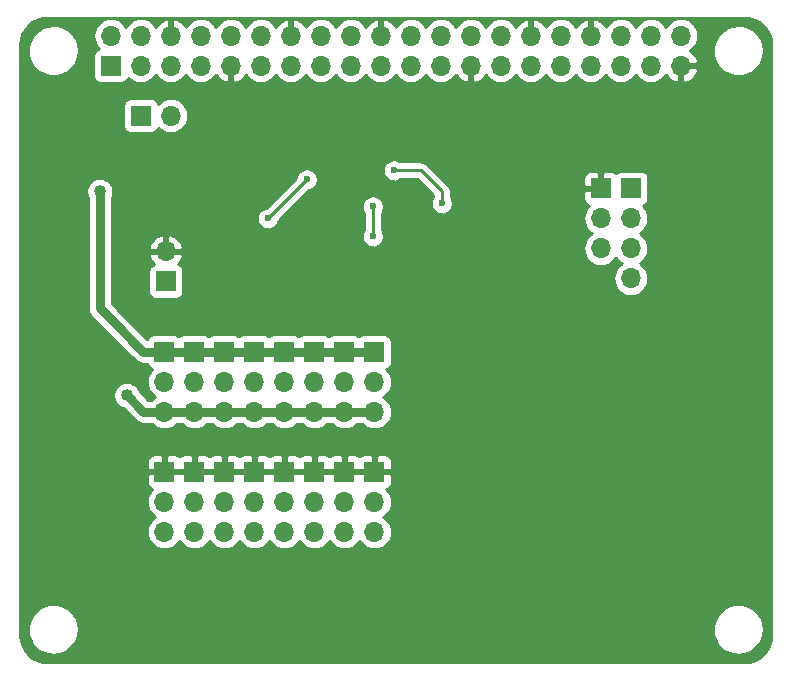
<source format=gbr>
G04 #@! TF.FileFunction,Copper,L2,Bot,Signal*
%FSLAX46Y46*%
G04 Gerber Fmt 4.6, Leading zero omitted, Abs format (unit mm)*
G04 Created by KiCad (PCBNEW 4.0.6) date 02/08/19 21:52:06*
%MOMM*%
%LPD*%
G01*
G04 APERTURE LIST*
%ADD10C,0.100000*%
%ADD11R,1.700000X1.700000*%
%ADD12O,1.700000X1.700000*%
%ADD13C,1.016000*%
%ADD14C,0.600000*%
%ADD15C,0.762000*%
%ADD16C,0.254000*%
%ADD17C,0.250000*%
G04 APERTURE END LIST*
D10*
D11*
X110910000Y-84000000D03*
D12*
X113450000Y-84000000D03*
D11*
X108370000Y-79770000D03*
D12*
X108370000Y-77230000D03*
X110910000Y-79770000D03*
X110910000Y-77230000D03*
X113450000Y-79770000D03*
X113450000Y-77230000D03*
X115990000Y-79770000D03*
X115990000Y-77230000D03*
X118530000Y-79770000D03*
X118530000Y-77230000D03*
X121070000Y-79770000D03*
X121070000Y-77230000D03*
X123610000Y-79770000D03*
X123610000Y-77230000D03*
X126150000Y-79770000D03*
X126150000Y-77230000D03*
X128690000Y-79770000D03*
X128690000Y-77230000D03*
X131230000Y-79770000D03*
X131230000Y-77230000D03*
X133770000Y-79770000D03*
X133770000Y-77230000D03*
X136310000Y-79770000D03*
X136310000Y-77230000D03*
X138850000Y-79770000D03*
X138850000Y-77230000D03*
X141390000Y-79770000D03*
X141390000Y-77230000D03*
X143930000Y-79770000D03*
X143930000Y-77230000D03*
X146470000Y-79770000D03*
X146470000Y-77230000D03*
X149010000Y-79770000D03*
X149010000Y-77230000D03*
X151550000Y-79770000D03*
X151550000Y-77230000D03*
X154090000Y-79770000D03*
X154090000Y-77230000D03*
X156630000Y-79770000D03*
X156630000Y-77230000D03*
D11*
X112903000Y-104013000D03*
D12*
X112903000Y-106553000D03*
X112903000Y-109093000D03*
D11*
X115443000Y-104013000D03*
D12*
X115443000Y-106553000D03*
X115443000Y-109093000D03*
D11*
X117983000Y-104013000D03*
D12*
X117983000Y-106553000D03*
X117983000Y-109093000D03*
D11*
X120523000Y-104013000D03*
D12*
X120523000Y-106553000D03*
X120523000Y-109093000D03*
D11*
X123063000Y-104013000D03*
D12*
X123063000Y-106553000D03*
X123063000Y-109093000D03*
D11*
X125603000Y-104013000D03*
D12*
X125603000Y-106553000D03*
X125603000Y-109093000D03*
D11*
X128143000Y-104013000D03*
D12*
X128143000Y-106553000D03*
X128143000Y-109093000D03*
D11*
X130683000Y-104013000D03*
D12*
X130683000Y-106553000D03*
X130683000Y-109093000D03*
D11*
X112903000Y-114173000D03*
D12*
X112903000Y-116713000D03*
X112903000Y-119253000D03*
D11*
X115443000Y-114173000D03*
D12*
X115443000Y-116713000D03*
X115443000Y-119253000D03*
D11*
X117983000Y-114173000D03*
D12*
X117983000Y-116713000D03*
X117983000Y-119253000D03*
D11*
X120523000Y-114173000D03*
D12*
X120523000Y-116713000D03*
X120523000Y-119253000D03*
D11*
X123063000Y-114173000D03*
D12*
X123063000Y-116713000D03*
X123063000Y-119253000D03*
D11*
X125603000Y-114173000D03*
D12*
X125603000Y-116713000D03*
X125603000Y-119253000D03*
D11*
X128143000Y-114173000D03*
D12*
X128143000Y-116713000D03*
X128143000Y-119253000D03*
D11*
X130683000Y-114173000D03*
D12*
X130683000Y-116713000D03*
X130683000Y-119253000D03*
D11*
X113030000Y-98044000D03*
D12*
X113030000Y-95504000D03*
D11*
X152400000Y-90170000D03*
D12*
X152400000Y-92710000D03*
X152400000Y-95250000D03*
X152400000Y-97790000D03*
D11*
X149860000Y-90170000D03*
D12*
X149860000Y-92710000D03*
X149860000Y-95250000D03*
D13*
X107442000Y-90424000D03*
X109728000Y-107696000D03*
D14*
X132334000Y-88646000D03*
X136398000Y-91440000D03*
X130556000Y-91694000D03*
X130556000Y-94234000D03*
X144780000Y-104902000D03*
X137922000Y-91440000D03*
X125222000Y-92964000D03*
X134874000Y-91440000D03*
X131826000Y-96520000D03*
X124968000Y-89408000D03*
X121666000Y-92710000D03*
D15*
X107442000Y-90424000D02*
X107442000Y-100330000D01*
X107442000Y-100330000D02*
X108370000Y-101258000D01*
X111125000Y-104013000D02*
X112903000Y-104013000D01*
X108370000Y-101258000D02*
X111125000Y-104013000D01*
X112903000Y-104013000D02*
X115443000Y-104013000D01*
X115443000Y-104013000D02*
X117983000Y-104013000D01*
X117983000Y-104013000D02*
X120523000Y-104013000D01*
X120523000Y-104013000D02*
X123063000Y-104013000D01*
X123063000Y-104013000D02*
X125603000Y-104013000D01*
X125603000Y-104013000D02*
X128143000Y-104013000D01*
X128143000Y-104013000D02*
X130683000Y-104013000D01*
X112903000Y-109093000D02*
X111125000Y-109093000D01*
X111125000Y-109093000D02*
X109728000Y-107696000D01*
D16*
X134620000Y-88646000D02*
X132334000Y-88646000D01*
X136398000Y-90424000D02*
X134620000Y-88646000D01*
X136398000Y-91440000D02*
X136398000Y-90424000D01*
D15*
X112903000Y-109093000D02*
X115443000Y-109093000D01*
X115443000Y-109093000D02*
X117983000Y-109093000D01*
X117983000Y-109093000D02*
X120523000Y-109093000D01*
X120523000Y-109093000D02*
X123063000Y-109093000D01*
X123063000Y-109093000D02*
X125603000Y-109093000D01*
X125603000Y-109093000D02*
X128143000Y-109093000D01*
X128143000Y-109093000D02*
X130683000Y-109093000D01*
D16*
X130556000Y-91694000D02*
X130556000Y-94234000D01*
D17*
X113030000Y-98044000D02*
X113030000Y-98044000D01*
X125603000Y-119253000D02*
X125603000Y-119888000D01*
D16*
X124968000Y-89408000D02*
X121666000Y-92710000D01*
G36*
X162444134Y-75756953D02*
X162871355Y-75885938D01*
X163265384Y-76095446D01*
X163611214Y-76377499D01*
X163895673Y-76721351D01*
X164107929Y-77113910D01*
X164239892Y-77540213D01*
X164290000Y-78016964D01*
X164290000Y-127965279D01*
X164243048Y-128444133D01*
X164114063Y-128871353D01*
X163904554Y-129265384D01*
X163622501Y-129611214D01*
X163278651Y-129895672D01*
X162886093Y-130107927D01*
X162459788Y-130239891D01*
X161983036Y-130290000D01*
X103034721Y-130290000D01*
X102555867Y-130243048D01*
X102128647Y-130114063D01*
X101734616Y-129904554D01*
X101388786Y-129622501D01*
X101104328Y-129278651D01*
X100892073Y-128886093D01*
X100760109Y-128459788D01*
X100710000Y-127983036D01*
X100710000Y-127530158D01*
X101340211Y-127530158D01*
X101387201Y-127949089D01*
X101514668Y-128350915D01*
X101717755Y-128720329D01*
X101988727Y-129043261D01*
X102317263Y-129307411D01*
X102690850Y-129502717D01*
X103095256Y-129621740D01*
X103515080Y-129659947D01*
X103934328Y-129615883D01*
X104337034Y-129491224D01*
X104707857Y-129290721D01*
X105032673Y-129022010D01*
X105299110Y-128695326D01*
X105497019Y-128323112D01*
X105618863Y-127919546D01*
X105657042Y-127530158D01*
X159340211Y-127530158D01*
X159387201Y-127949089D01*
X159514668Y-128350915D01*
X159717755Y-128720329D01*
X159988727Y-129043261D01*
X160317263Y-129307411D01*
X160690850Y-129502717D01*
X161095256Y-129621740D01*
X161515080Y-129659947D01*
X161934328Y-129615883D01*
X162337034Y-129491224D01*
X162707857Y-129290721D01*
X163032673Y-129022010D01*
X163299110Y-128695326D01*
X163497019Y-128323112D01*
X163618863Y-127919546D01*
X163660000Y-127500000D01*
X163659158Y-127439689D01*
X163606323Y-127021455D01*
X163473258Y-126621449D01*
X163265033Y-126254906D01*
X162989578Y-125935789D01*
X162657386Y-125676252D01*
X162281109Y-125486181D01*
X161875080Y-125372815D01*
X161454764Y-125340474D01*
X161036172Y-125390388D01*
X160635246Y-125520657D01*
X160267259Y-125726318D01*
X159946226Y-125999538D01*
X159684376Y-126329910D01*
X159491683Y-126704851D01*
X159375486Y-127110079D01*
X159340211Y-127530158D01*
X105657042Y-127530158D01*
X105660000Y-127500000D01*
X105659158Y-127439689D01*
X105606323Y-127021455D01*
X105473258Y-126621449D01*
X105265033Y-126254906D01*
X104989578Y-125935789D01*
X104657386Y-125676252D01*
X104281109Y-125486181D01*
X103875080Y-125372815D01*
X103454764Y-125340474D01*
X103036172Y-125390388D01*
X102635246Y-125520657D01*
X102267259Y-125726318D01*
X101946226Y-125999538D01*
X101684376Y-126329910D01*
X101491683Y-126704851D01*
X101375486Y-127110079D01*
X101340211Y-127530158D01*
X100710000Y-127530158D01*
X100710000Y-116702633D01*
X111410851Y-116702633D01*
X111437118Y-116991261D01*
X111518947Y-117269291D01*
X111653220Y-117526131D01*
X111834823Y-117752000D01*
X112056839Y-117938294D01*
X112137247Y-117982498D01*
X112074029Y-118016112D01*
X111849433Y-118199287D01*
X111664694Y-118422599D01*
X111526848Y-118677539D01*
X111441146Y-118954399D01*
X111410851Y-119242633D01*
X111437118Y-119531261D01*
X111518947Y-119809291D01*
X111653220Y-120066131D01*
X111834823Y-120292000D01*
X112056839Y-120478294D01*
X112310811Y-120617916D01*
X112587066Y-120705549D01*
X112875081Y-120737855D01*
X112895815Y-120738000D01*
X112910185Y-120738000D01*
X113198623Y-120709718D01*
X113476075Y-120625951D01*
X113731971Y-120489888D01*
X113956567Y-120306713D01*
X114141306Y-120083401D01*
X114172290Y-120026097D01*
X114193220Y-120066131D01*
X114374823Y-120292000D01*
X114596839Y-120478294D01*
X114850811Y-120617916D01*
X115127066Y-120705549D01*
X115415081Y-120737855D01*
X115435815Y-120738000D01*
X115450185Y-120738000D01*
X115738623Y-120709718D01*
X116016075Y-120625951D01*
X116271971Y-120489888D01*
X116496567Y-120306713D01*
X116681306Y-120083401D01*
X116712290Y-120026097D01*
X116733220Y-120066131D01*
X116914823Y-120292000D01*
X117136839Y-120478294D01*
X117390811Y-120617916D01*
X117667066Y-120705549D01*
X117955081Y-120737855D01*
X117975815Y-120738000D01*
X117990185Y-120738000D01*
X118278623Y-120709718D01*
X118556075Y-120625951D01*
X118811971Y-120489888D01*
X119036567Y-120306713D01*
X119221306Y-120083401D01*
X119252290Y-120026097D01*
X119273220Y-120066131D01*
X119454823Y-120292000D01*
X119676839Y-120478294D01*
X119930811Y-120617916D01*
X120207066Y-120705549D01*
X120495081Y-120737855D01*
X120515815Y-120738000D01*
X120530185Y-120738000D01*
X120818623Y-120709718D01*
X121096075Y-120625951D01*
X121351971Y-120489888D01*
X121576567Y-120306713D01*
X121761306Y-120083401D01*
X121792290Y-120026097D01*
X121813220Y-120066131D01*
X121994823Y-120292000D01*
X122216839Y-120478294D01*
X122470811Y-120617916D01*
X122747066Y-120705549D01*
X123035081Y-120737855D01*
X123055815Y-120738000D01*
X123070185Y-120738000D01*
X123358623Y-120709718D01*
X123636075Y-120625951D01*
X123891971Y-120489888D01*
X124116567Y-120306713D01*
X124301306Y-120083401D01*
X124332290Y-120026097D01*
X124353220Y-120066131D01*
X124534823Y-120292000D01*
X124756839Y-120478294D01*
X125010811Y-120617916D01*
X125287066Y-120705549D01*
X125575081Y-120737855D01*
X125595815Y-120738000D01*
X125610185Y-120738000D01*
X125898623Y-120709718D01*
X126176075Y-120625951D01*
X126431971Y-120489888D01*
X126656567Y-120306713D01*
X126841306Y-120083401D01*
X126872290Y-120026097D01*
X126893220Y-120066131D01*
X127074823Y-120292000D01*
X127296839Y-120478294D01*
X127550811Y-120617916D01*
X127827066Y-120705549D01*
X128115081Y-120737855D01*
X128135815Y-120738000D01*
X128150185Y-120738000D01*
X128438623Y-120709718D01*
X128716075Y-120625951D01*
X128971971Y-120489888D01*
X129196567Y-120306713D01*
X129381306Y-120083401D01*
X129412290Y-120026097D01*
X129433220Y-120066131D01*
X129614823Y-120292000D01*
X129836839Y-120478294D01*
X130090811Y-120617916D01*
X130367066Y-120705549D01*
X130655081Y-120737855D01*
X130675815Y-120738000D01*
X130690185Y-120738000D01*
X130978623Y-120709718D01*
X131256075Y-120625951D01*
X131511971Y-120489888D01*
X131736567Y-120306713D01*
X131921306Y-120083401D01*
X132059152Y-119828461D01*
X132144854Y-119551601D01*
X132175149Y-119263367D01*
X132148882Y-118974739D01*
X132067053Y-118696709D01*
X131932780Y-118439869D01*
X131751177Y-118214000D01*
X131529161Y-118027706D01*
X131448753Y-117983502D01*
X131511971Y-117949888D01*
X131736567Y-117766713D01*
X131921306Y-117543401D01*
X132059152Y-117288461D01*
X132144854Y-117011601D01*
X132175149Y-116723367D01*
X132148882Y-116434739D01*
X132067053Y-116156709D01*
X131932780Y-115899869D01*
X131751177Y-115674000D01*
X131705939Y-115636041D01*
X131718223Y-115633597D01*
X131833785Y-115585730D01*
X131937789Y-115516237D01*
X132026237Y-115427789D01*
X132095730Y-115323785D01*
X132143597Y-115208223D01*
X132168000Y-115085542D01*
X132168000Y-114458750D01*
X132009250Y-114300000D01*
X130810000Y-114300000D01*
X130810000Y-114320000D01*
X130556000Y-114320000D01*
X130556000Y-114300000D01*
X128270000Y-114300000D01*
X128270000Y-114320000D01*
X128016000Y-114320000D01*
X128016000Y-114300000D01*
X125730000Y-114300000D01*
X125730000Y-114320000D01*
X125476000Y-114320000D01*
X125476000Y-114300000D01*
X123190000Y-114300000D01*
X123190000Y-114320000D01*
X122936000Y-114320000D01*
X122936000Y-114300000D01*
X120650000Y-114300000D01*
X120650000Y-114320000D01*
X120396000Y-114320000D01*
X120396000Y-114300000D01*
X118110000Y-114300000D01*
X118110000Y-114320000D01*
X117856000Y-114320000D01*
X117856000Y-114300000D01*
X115570000Y-114300000D01*
X115570000Y-114320000D01*
X115316000Y-114320000D01*
X115316000Y-114300000D01*
X113030000Y-114300000D01*
X113030000Y-114320000D01*
X112776000Y-114320000D01*
X112776000Y-114300000D01*
X111576750Y-114300000D01*
X111418000Y-114458750D01*
X111418000Y-115085542D01*
X111442403Y-115208223D01*
X111490270Y-115323785D01*
X111559763Y-115427789D01*
X111648211Y-115516237D01*
X111752215Y-115585730D01*
X111867777Y-115633597D01*
X111878353Y-115635701D01*
X111849433Y-115659287D01*
X111664694Y-115882599D01*
X111526848Y-116137539D01*
X111441146Y-116414399D01*
X111410851Y-116702633D01*
X100710000Y-116702633D01*
X100710000Y-113260458D01*
X111418000Y-113260458D01*
X111418000Y-113887250D01*
X111576750Y-114046000D01*
X112776000Y-114046000D01*
X112776000Y-112846750D01*
X113030000Y-112846750D01*
X113030000Y-114046000D01*
X115316000Y-114046000D01*
X115316000Y-112846750D01*
X115570000Y-112846750D01*
X115570000Y-114046000D01*
X117856000Y-114046000D01*
X117856000Y-112846750D01*
X118110000Y-112846750D01*
X118110000Y-114046000D01*
X120396000Y-114046000D01*
X120396000Y-112846750D01*
X120650000Y-112846750D01*
X120650000Y-114046000D01*
X122936000Y-114046000D01*
X122936000Y-112846750D01*
X123190000Y-112846750D01*
X123190000Y-114046000D01*
X125476000Y-114046000D01*
X125476000Y-112846750D01*
X125730000Y-112846750D01*
X125730000Y-114046000D01*
X128016000Y-114046000D01*
X128016000Y-112846750D01*
X128270000Y-112846750D01*
X128270000Y-114046000D01*
X130556000Y-114046000D01*
X130556000Y-112846750D01*
X130810000Y-112846750D01*
X130810000Y-114046000D01*
X132009250Y-114046000D01*
X132168000Y-113887250D01*
X132168000Y-113260458D01*
X132143597Y-113137777D01*
X132095730Y-113022215D01*
X132026237Y-112918211D01*
X131937789Y-112829763D01*
X131833785Y-112760270D01*
X131718223Y-112712403D01*
X131595542Y-112688000D01*
X130968750Y-112688000D01*
X130810000Y-112846750D01*
X130556000Y-112846750D01*
X130397250Y-112688000D01*
X129770458Y-112688000D01*
X129647777Y-112712403D01*
X129532215Y-112760270D01*
X129428211Y-112829763D01*
X129413000Y-112844974D01*
X129397789Y-112829763D01*
X129293785Y-112760270D01*
X129178223Y-112712403D01*
X129055542Y-112688000D01*
X128428750Y-112688000D01*
X128270000Y-112846750D01*
X128016000Y-112846750D01*
X127857250Y-112688000D01*
X127230458Y-112688000D01*
X127107777Y-112712403D01*
X126992215Y-112760270D01*
X126888211Y-112829763D01*
X126873000Y-112844974D01*
X126857789Y-112829763D01*
X126753785Y-112760270D01*
X126638223Y-112712403D01*
X126515542Y-112688000D01*
X125888750Y-112688000D01*
X125730000Y-112846750D01*
X125476000Y-112846750D01*
X125317250Y-112688000D01*
X124690458Y-112688000D01*
X124567777Y-112712403D01*
X124452215Y-112760270D01*
X124348211Y-112829763D01*
X124333000Y-112844974D01*
X124317789Y-112829763D01*
X124213785Y-112760270D01*
X124098223Y-112712403D01*
X123975542Y-112688000D01*
X123348750Y-112688000D01*
X123190000Y-112846750D01*
X122936000Y-112846750D01*
X122777250Y-112688000D01*
X122150458Y-112688000D01*
X122027777Y-112712403D01*
X121912215Y-112760270D01*
X121808211Y-112829763D01*
X121793000Y-112844974D01*
X121777789Y-112829763D01*
X121673785Y-112760270D01*
X121558223Y-112712403D01*
X121435542Y-112688000D01*
X120808750Y-112688000D01*
X120650000Y-112846750D01*
X120396000Y-112846750D01*
X120237250Y-112688000D01*
X119610458Y-112688000D01*
X119487777Y-112712403D01*
X119372215Y-112760270D01*
X119268211Y-112829763D01*
X119253000Y-112844974D01*
X119237789Y-112829763D01*
X119133785Y-112760270D01*
X119018223Y-112712403D01*
X118895542Y-112688000D01*
X118268750Y-112688000D01*
X118110000Y-112846750D01*
X117856000Y-112846750D01*
X117697250Y-112688000D01*
X117070458Y-112688000D01*
X116947777Y-112712403D01*
X116832215Y-112760270D01*
X116728211Y-112829763D01*
X116713000Y-112844974D01*
X116697789Y-112829763D01*
X116593785Y-112760270D01*
X116478223Y-112712403D01*
X116355542Y-112688000D01*
X115728750Y-112688000D01*
X115570000Y-112846750D01*
X115316000Y-112846750D01*
X115157250Y-112688000D01*
X114530458Y-112688000D01*
X114407777Y-112712403D01*
X114292215Y-112760270D01*
X114188211Y-112829763D01*
X114173000Y-112844974D01*
X114157789Y-112829763D01*
X114053785Y-112760270D01*
X113938223Y-112712403D01*
X113815542Y-112688000D01*
X113188750Y-112688000D01*
X113030000Y-112846750D01*
X112776000Y-112846750D01*
X112617250Y-112688000D01*
X111990458Y-112688000D01*
X111867777Y-112712403D01*
X111752215Y-112760270D01*
X111648211Y-112829763D01*
X111559763Y-112918211D01*
X111490270Y-113022215D01*
X111442403Y-113137777D01*
X111418000Y-113260458D01*
X100710000Y-113260458D01*
X100710000Y-90520107D01*
X106297498Y-90520107D01*
X106337962Y-90740578D01*
X106420479Y-90948991D01*
X106426000Y-90957558D01*
X106426000Y-100330000D01*
X106435159Y-100423407D01*
X106443338Y-100516895D01*
X106444829Y-100522026D01*
X106445350Y-100527342D01*
X106472469Y-100617166D01*
X106498658Y-100707310D01*
X106501117Y-100712054D01*
X106502661Y-100717168D01*
X106546732Y-100800053D01*
X106589911Y-100883353D01*
X106593242Y-100887526D01*
X106595752Y-100892246D01*
X106655074Y-100964982D01*
X106713618Y-101038319D01*
X106720949Y-101045752D01*
X106721076Y-101045908D01*
X106721220Y-101046027D01*
X106723580Y-101048420D01*
X107651579Y-101976420D01*
X107651585Y-101976425D01*
X110406579Y-104731420D01*
X110479110Y-104790998D01*
X110550994Y-104851315D01*
X110555675Y-104853888D01*
X110559804Y-104857280D01*
X110642512Y-104901628D01*
X110724755Y-104946842D01*
X110729848Y-104948458D01*
X110734556Y-104950982D01*
X110824286Y-104978415D01*
X110913762Y-105006798D01*
X110919073Y-105007394D01*
X110924180Y-105008955D01*
X111017486Y-105018433D01*
X111110814Y-105028901D01*
X111121265Y-105028974D01*
X111121453Y-105028993D01*
X111121628Y-105028976D01*
X111125000Y-105029000D01*
X111443084Y-105029000D01*
X111476106Y-105135634D01*
X111574900Y-105285559D01*
X111711550Y-105402025D01*
X111875237Y-105475810D01*
X111877776Y-105476171D01*
X111849433Y-105499287D01*
X111664694Y-105722599D01*
X111526848Y-105977539D01*
X111441146Y-106254399D01*
X111410851Y-106542633D01*
X111437118Y-106831261D01*
X111518947Y-107109291D01*
X111653220Y-107366131D01*
X111834823Y-107592000D01*
X112056839Y-107778294D01*
X112137247Y-107822498D01*
X112074029Y-107856112D01*
X111849433Y-108039287D01*
X111818234Y-108077000D01*
X111545841Y-108077000D01*
X110823746Y-107354906D01*
X110742092Y-107156798D01*
X110618047Y-106970095D01*
X110460101Y-106811042D01*
X110274269Y-106685697D01*
X110067630Y-106598834D01*
X109848054Y-106553762D01*
X109623906Y-106552197D01*
X109403722Y-106594199D01*
X109195891Y-106678169D01*
X109008327Y-106800907D01*
X108848175Y-106957739D01*
X108721535Y-107142691D01*
X108633232Y-107348719D01*
X108586628Y-107567975D01*
X108583498Y-107792107D01*
X108623962Y-108012578D01*
X108706479Y-108220991D01*
X108827905Y-108409407D01*
X108983615Y-108570650D01*
X109167679Y-108698577D01*
X109373085Y-108788317D01*
X109386405Y-108791246D01*
X110406579Y-109811420D01*
X110479110Y-109870998D01*
X110550994Y-109931315D01*
X110555675Y-109933888D01*
X110559804Y-109937280D01*
X110642512Y-109981628D01*
X110724755Y-110026842D01*
X110729848Y-110028458D01*
X110734556Y-110030982D01*
X110824286Y-110058415D01*
X110913762Y-110086798D01*
X110919073Y-110087394D01*
X110924180Y-110088955D01*
X111017486Y-110098433D01*
X111110814Y-110108901D01*
X111121265Y-110108974D01*
X111121453Y-110108993D01*
X111121628Y-110108976D01*
X111125000Y-110109000D01*
X111816331Y-110109000D01*
X111834823Y-110132000D01*
X112056839Y-110318294D01*
X112310811Y-110457916D01*
X112587066Y-110545549D01*
X112875081Y-110577855D01*
X112895815Y-110578000D01*
X112910185Y-110578000D01*
X113198623Y-110549718D01*
X113476075Y-110465951D01*
X113731971Y-110329888D01*
X113956567Y-110146713D01*
X113987766Y-110109000D01*
X114356331Y-110109000D01*
X114374823Y-110132000D01*
X114596839Y-110318294D01*
X114850811Y-110457916D01*
X115127066Y-110545549D01*
X115415081Y-110577855D01*
X115435815Y-110578000D01*
X115450185Y-110578000D01*
X115738623Y-110549718D01*
X116016075Y-110465951D01*
X116271971Y-110329888D01*
X116496567Y-110146713D01*
X116527766Y-110109000D01*
X116896331Y-110109000D01*
X116914823Y-110132000D01*
X117136839Y-110318294D01*
X117390811Y-110457916D01*
X117667066Y-110545549D01*
X117955081Y-110577855D01*
X117975815Y-110578000D01*
X117990185Y-110578000D01*
X118278623Y-110549718D01*
X118556075Y-110465951D01*
X118811971Y-110329888D01*
X119036567Y-110146713D01*
X119067766Y-110109000D01*
X119436331Y-110109000D01*
X119454823Y-110132000D01*
X119676839Y-110318294D01*
X119930811Y-110457916D01*
X120207066Y-110545549D01*
X120495081Y-110577855D01*
X120515815Y-110578000D01*
X120530185Y-110578000D01*
X120818623Y-110549718D01*
X121096075Y-110465951D01*
X121351971Y-110329888D01*
X121576567Y-110146713D01*
X121607766Y-110109000D01*
X121976331Y-110109000D01*
X121994823Y-110132000D01*
X122216839Y-110318294D01*
X122470811Y-110457916D01*
X122747066Y-110545549D01*
X123035081Y-110577855D01*
X123055815Y-110578000D01*
X123070185Y-110578000D01*
X123358623Y-110549718D01*
X123636075Y-110465951D01*
X123891971Y-110329888D01*
X124116567Y-110146713D01*
X124147766Y-110109000D01*
X124516331Y-110109000D01*
X124534823Y-110132000D01*
X124756839Y-110318294D01*
X125010811Y-110457916D01*
X125287066Y-110545549D01*
X125575081Y-110577855D01*
X125595815Y-110578000D01*
X125610185Y-110578000D01*
X125898623Y-110549718D01*
X126176075Y-110465951D01*
X126431971Y-110329888D01*
X126656567Y-110146713D01*
X126687766Y-110109000D01*
X127056331Y-110109000D01*
X127074823Y-110132000D01*
X127296839Y-110318294D01*
X127550811Y-110457916D01*
X127827066Y-110545549D01*
X128115081Y-110577855D01*
X128135815Y-110578000D01*
X128150185Y-110578000D01*
X128438623Y-110549718D01*
X128716075Y-110465951D01*
X128971971Y-110329888D01*
X129196567Y-110146713D01*
X129227766Y-110109000D01*
X129596331Y-110109000D01*
X129614823Y-110132000D01*
X129836839Y-110318294D01*
X130090811Y-110457916D01*
X130367066Y-110545549D01*
X130655081Y-110577855D01*
X130675815Y-110578000D01*
X130690185Y-110578000D01*
X130978623Y-110549718D01*
X131256075Y-110465951D01*
X131511971Y-110329888D01*
X131736567Y-110146713D01*
X131921306Y-109923401D01*
X132059152Y-109668461D01*
X132144854Y-109391601D01*
X132175149Y-109103367D01*
X132148882Y-108814739D01*
X132067053Y-108536709D01*
X131932780Y-108279869D01*
X131751177Y-108054000D01*
X131529161Y-107867706D01*
X131448753Y-107823502D01*
X131511971Y-107789888D01*
X131736567Y-107606713D01*
X131921306Y-107383401D01*
X132059152Y-107128461D01*
X132144854Y-106851601D01*
X132175149Y-106563367D01*
X132148882Y-106274739D01*
X132067053Y-105996709D01*
X131932780Y-105739869D01*
X131751177Y-105514000D01*
X131701349Y-105472189D01*
X131805634Y-105439894D01*
X131955559Y-105341100D01*
X132072025Y-105204450D01*
X132145810Y-105040763D01*
X132171072Y-104863000D01*
X132171072Y-103163000D01*
X132163008Y-103061879D01*
X132109894Y-102890366D01*
X132011100Y-102740441D01*
X131874450Y-102623975D01*
X131710763Y-102550190D01*
X131533000Y-102524928D01*
X129833000Y-102524928D01*
X129731879Y-102532992D01*
X129560366Y-102586106D01*
X129410441Y-102684900D01*
X129408544Y-102687125D01*
X129334450Y-102623975D01*
X129170763Y-102550190D01*
X128993000Y-102524928D01*
X127293000Y-102524928D01*
X127191879Y-102532992D01*
X127020366Y-102586106D01*
X126870441Y-102684900D01*
X126868544Y-102687125D01*
X126794450Y-102623975D01*
X126630763Y-102550190D01*
X126453000Y-102524928D01*
X124753000Y-102524928D01*
X124651879Y-102532992D01*
X124480366Y-102586106D01*
X124330441Y-102684900D01*
X124328544Y-102687125D01*
X124254450Y-102623975D01*
X124090763Y-102550190D01*
X123913000Y-102524928D01*
X122213000Y-102524928D01*
X122111879Y-102532992D01*
X121940366Y-102586106D01*
X121790441Y-102684900D01*
X121788544Y-102687125D01*
X121714450Y-102623975D01*
X121550763Y-102550190D01*
X121373000Y-102524928D01*
X119673000Y-102524928D01*
X119571879Y-102532992D01*
X119400366Y-102586106D01*
X119250441Y-102684900D01*
X119248544Y-102687125D01*
X119174450Y-102623975D01*
X119010763Y-102550190D01*
X118833000Y-102524928D01*
X117133000Y-102524928D01*
X117031879Y-102532992D01*
X116860366Y-102586106D01*
X116710441Y-102684900D01*
X116708544Y-102687125D01*
X116634450Y-102623975D01*
X116470763Y-102550190D01*
X116293000Y-102524928D01*
X114593000Y-102524928D01*
X114491879Y-102532992D01*
X114320366Y-102586106D01*
X114170441Y-102684900D01*
X114168544Y-102687125D01*
X114094450Y-102623975D01*
X113930763Y-102550190D01*
X113753000Y-102524928D01*
X112053000Y-102524928D01*
X111951879Y-102532992D01*
X111780366Y-102586106D01*
X111630441Y-102684900D01*
X111513975Y-102821550D01*
X111469362Y-102920521D01*
X109088491Y-100539651D01*
X109088420Y-100539579D01*
X108458000Y-99909160D01*
X108458000Y-97194000D01*
X111541928Y-97194000D01*
X111541928Y-98894000D01*
X111549992Y-98995121D01*
X111603106Y-99166634D01*
X111701900Y-99316559D01*
X111838550Y-99433025D01*
X112002237Y-99506810D01*
X112180000Y-99532072D01*
X113880000Y-99532072D01*
X113981121Y-99524008D01*
X114152634Y-99470894D01*
X114302559Y-99372100D01*
X114419025Y-99235450D01*
X114492810Y-99071763D01*
X114518072Y-98894000D01*
X114518072Y-97194000D01*
X114510008Y-97092879D01*
X114456894Y-96921366D01*
X114358100Y-96771441D01*
X114221450Y-96654975D01*
X114057763Y-96581190D01*
X114044364Y-96579286D01*
X114127588Y-96504269D01*
X114301641Y-96270920D01*
X114426825Y-96008099D01*
X114471476Y-95860890D01*
X114350155Y-95631000D01*
X113157000Y-95631000D01*
X113157000Y-95651000D01*
X112903000Y-95651000D01*
X112903000Y-95631000D01*
X111709845Y-95631000D01*
X111588524Y-95860890D01*
X111633175Y-96008099D01*
X111758359Y-96270920D01*
X111932412Y-96504269D01*
X112019179Y-96582480D01*
X111907366Y-96617106D01*
X111757441Y-96715900D01*
X111640975Y-96852550D01*
X111567190Y-97016237D01*
X111541928Y-97194000D01*
X108458000Y-97194000D01*
X108458000Y-95147110D01*
X111588524Y-95147110D01*
X111709845Y-95377000D01*
X112903000Y-95377000D01*
X112903000Y-94183186D01*
X113157000Y-94183186D01*
X113157000Y-95377000D01*
X114350155Y-95377000D01*
X114471476Y-95147110D01*
X114426825Y-94999901D01*
X114301641Y-94737080D01*
X114127588Y-94503731D01*
X113911355Y-94308822D01*
X113661252Y-94159843D01*
X113386891Y-94062519D01*
X113157000Y-94183186D01*
X112903000Y-94183186D01*
X112673109Y-94062519D01*
X112398748Y-94159843D01*
X112148645Y-94308822D01*
X111932412Y-94503731D01*
X111758359Y-94737080D01*
X111633175Y-94999901D01*
X111588524Y-95147110D01*
X108458000Y-95147110D01*
X108458000Y-92788617D01*
X120729771Y-92788617D01*
X120762872Y-92968968D01*
X120830372Y-93139454D01*
X120929701Y-93293583D01*
X121057076Y-93425484D01*
X121207644Y-93530131D01*
X121375671Y-93603540D01*
X121554757Y-93642915D01*
X121738079Y-93646755D01*
X121918657Y-93614914D01*
X122089610Y-93548606D01*
X122244429Y-93450355D01*
X122377215Y-93323904D01*
X122482911Y-93174070D01*
X122557492Y-93006560D01*
X122589955Y-92863675D01*
X123681013Y-91772617D01*
X129619771Y-91772617D01*
X129652872Y-91952968D01*
X129720372Y-92123454D01*
X129794000Y-92237703D01*
X129794000Y-93691839D01*
X129732689Y-93781381D01*
X129660454Y-93949916D01*
X129622331Y-94129272D01*
X129619771Y-94312617D01*
X129652872Y-94492968D01*
X129720372Y-94663454D01*
X129819701Y-94817583D01*
X129947076Y-94949484D01*
X130097644Y-95054131D01*
X130265671Y-95127540D01*
X130444757Y-95166915D01*
X130628079Y-95170755D01*
X130808657Y-95138914D01*
X130979610Y-95072606D01*
X131134429Y-94974355D01*
X131267215Y-94847904D01*
X131372911Y-94698070D01*
X131447492Y-94530560D01*
X131488116Y-94351754D01*
X131491040Y-94142319D01*
X131455425Y-93962448D01*
X131385550Y-93792920D01*
X131318000Y-93691248D01*
X131318000Y-92699633D01*
X148367851Y-92699633D01*
X148394118Y-92988261D01*
X148475947Y-93266291D01*
X148610220Y-93523131D01*
X148791823Y-93749000D01*
X149013839Y-93935294D01*
X149094247Y-93979498D01*
X149031029Y-94013112D01*
X148806433Y-94196287D01*
X148621694Y-94419599D01*
X148483848Y-94674539D01*
X148398146Y-94951399D01*
X148367851Y-95239633D01*
X148394118Y-95528261D01*
X148475947Y-95806291D01*
X148610220Y-96063131D01*
X148791823Y-96289000D01*
X149013839Y-96475294D01*
X149267811Y-96614916D01*
X149544066Y-96702549D01*
X149832081Y-96734855D01*
X149852815Y-96735000D01*
X149867185Y-96735000D01*
X150155623Y-96706718D01*
X150433075Y-96622951D01*
X150688971Y-96486888D01*
X150913567Y-96303713D01*
X151098306Y-96080401D01*
X151129290Y-96023097D01*
X151150220Y-96063131D01*
X151331823Y-96289000D01*
X151553839Y-96475294D01*
X151634247Y-96519498D01*
X151571029Y-96553112D01*
X151346433Y-96736287D01*
X151161694Y-96959599D01*
X151023848Y-97214539D01*
X150938146Y-97491399D01*
X150907851Y-97779633D01*
X150934118Y-98068261D01*
X151015947Y-98346291D01*
X151150220Y-98603131D01*
X151331823Y-98829000D01*
X151553839Y-99015294D01*
X151807811Y-99154916D01*
X152084066Y-99242549D01*
X152372081Y-99274855D01*
X152392815Y-99275000D01*
X152407185Y-99275000D01*
X152695623Y-99246718D01*
X152973075Y-99162951D01*
X153228971Y-99026888D01*
X153453567Y-98843713D01*
X153638306Y-98620401D01*
X153776152Y-98365461D01*
X153861854Y-98088601D01*
X153892149Y-97800367D01*
X153865882Y-97511739D01*
X153784053Y-97233709D01*
X153649780Y-96976869D01*
X153468177Y-96751000D01*
X153246161Y-96564706D01*
X153165753Y-96520502D01*
X153228971Y-96486888D01*
X153453567Y-96303713D01*
X153638306Y-96080401D01*
X153776152Y-95825461D01*
X153861854Y-95548601D01*
X153892149Y-95260367D01*
X153865882Y-94971739D01*
X153784053Y-94693709D01*
X153649780Y-94436869D01*
X153468177Y-94211000D01*
X153246161Y-94024706D01*
X153165753Y-93980502D01*
X153228971Y-93946888D01*
X153453567Y-93763713D01*
X153638306Y-93540401D01*
X153776152Y-93285461D01*
X153861854Y-93008601D01*
X153892149Y-92720367D01*
X153865882Y-92431739D01*
X153784053Y-92153709D01*
X153649780Y-91896869D01*
X153468177Y-91671000D01*
X153418349Y-91629189D01*
X153522634Y-91596894D01*
X153672559Y-91498100D01*
X153789025Y-91361450D01*
X153862810Y-91197763D01*
X153888072Y-91020000D01*
X153888072Y-89320000D01*
X153880008Y-89218879D01*
X153826894Y-89047366D01*
X153728100Y-88897441D01*
X153591450Y-88780975D01*
X153427763Y-88707190D01*
X153250000Y-88681928D01*
X151550000Y-88681928D01*
X151448879Y-88689992D01*
X151277366Y-88743106D01*
X151128939Y-88840913D01*
X151114789Y-88826763D01*
X151010785Y-88757270D01*
X150895223Y-88709403D01*
X150772542Y-88685000D01*
X150145750Y-88685000D01*
X149987000Y-88843750D01*
X149987000Y-90043000D01*
X150007000Y-90043000D01*
X150007000Y-90297000D01*
X149987000Y-90297000D01*
X149987000Y-90317000D01*
X149733000Y-90317000D01*
X149733000Y-90297000D01*
X148533750Y-90297000D01*
X148375000Y-90455750D01*
X148375000Y-91082542D01*
X148399403Y-91205223D01*
X148447270Y-91320785D01*
X148516763Y-91424789D01*
X148605211Y-91513237D01*
X148709215Y-91582730D01*
X148824777Y-91630597D01*
X148835353Y-91632701D01*
X148806433Y-91656287D01*
X148621694Y-91879599D01*
X148483848Y-92134539D01*
X148398146Y-92411399D01*
X148367851Y-92699633D01*
X131318000Y-92699633D01*
X131318000Y-92235911D01*
X131372911Y-92158070D01*
X131447492Y-91990560D01*
X131488116Y-91811754D01*
X131491040Y-91602319D01*
X131455425Y-91422448D01*
X131385550Y-91252920D01*
X131284079Y-91100193D01*
X131154875Y-90970084D01*
X131002860Y-90867549D01*
X130833825Y-90796493D01*
X130654207Y-90759623D01*
X130470849Y-90758343D01*
X130290733Y-90792701D01*
X130120722Y-90861390D01*
X129967291Y-90961793D01*
X129836283Y-91090086D01*
X129732689Y-91241381D01*
X129660454Y-91409916D01*
X129622331Y-91589272D01*
X129619771Y-91772617D01*
X123681013Y-91772617D01*
X125123603Y-90330027D01*
X125220657Y-90312914D01*
X125391610Y-90246606D01*
X125546429Y-90148355D01*
X125679215Y-90021904D01*
X125784911Y-89872070D01*
X125859492Y-89704560D01*
X125900116Y-89525754D01*
X125903040Y-89316319D01*
X125867425Y-89136448D01*
X125797550Y-88966920D01*
X125696079Y-88814193D01*
X125607127Y-88724617D01*
X131397771Y-88724617D01*
X131430872Y-88904968D01*
X131498372Y-89075454D01*
X131597701Y-89229583D01*
X131725076Y-89361484D01*
X131875644Y-89466131D01*
X132043671Y-89539540D01*
X132222757Y-89578915D01*
X132406079Y-89582755D01*
X132586657Y-89550914D01*
X132757610Y-89484606D01*
X132878322Y-89408000D01*
X134304370Y-89408000D01*
X135636000Y-90739631D01*
X135636000Y-90897839D01*
X135574689Y-90987381D01*
X135502454Y-91155916D01*
X135464331Y-91335272D01*
X135461771Y-91518617D01*
X135494872Y-91698968D01*
X135562372Y-91869454D01*
X135661701Y-92023583D01*
X135789076Y-92155484D01*
X135939644Y-92260131D01*
X136107671Y-92333540D01*
X136286757Y-92372915D01*
X136470079Y-92376755D01*
X136650657Y-92344914D01*
X136821610Y-92278606D01*
X136976429Y-92180355D01*
X137109215Y-92053904D01*
X137214911Y-91904070D01*
X137289492Y-91736560D01*
X137330116Y-91557754D01*
X137333040Y-91348319D01*
X137297425Y-91168448D01*
X137227550Y-90998920D01*
X137160000Y-90897248D01*
X137160000Y-90424000D01*
X137153130Y-90353936D01*
X137146997Y-90283830D01*
X137145879Y-90279982D01*
X137145488Y-90275993D01*
X137125135Y-90208582D01*
X137105506Y-90141018D01*
X137103663Y-90137462D01*
X137102504Y-90133624D01*
X137069444Y-90071447D01*
X137037067Y-90008986D01*
X137034568Y-90005856D01*
X137032686Y-90002316D01*
X136988199Y-89947769D01*
X136944286Y-89892760D01*
X136938784Y-89887181D01*
X136938693Y-89887069D01*
X136938589Y-89886983D01*
X136936816Y-89885185D01*
X136309089Y-89257458D01*
X148375000Y-89257458D01*
X148375000Y-89884250D01*
X148533750Y-90043000D01*
X149733000Y-90043000D01*
X149733000Y-88843750D01*
X149574250Y-88685000D01*
X148947458Y-88685000D01*
X148824777Y-88709403D01*
X148709215Y-88757270D01*
X148605211Y-88826763D01*
X148516763Y-88915211D01*
X148447270Y-89019215D01*
X148399403Y-89134777D01*
X148375000Y-89257458D01*
X136309089Y-89257458D01*
X135158815Y-88107185D01*
X135104401Y-88062488D01*
X135050505Y-88017264D01*
X135046997Y-88015336D01*
X135043897Y-88012789D01*
X134981831Y-87979510D01*
X134920184Y-87945619D01*
X134916364Y-87944407D01*
X134912833Y-87942514D01*
X134845536Y-87921939D01*
X134778429Y-87900652D01*
X134774446Y-87900205D01*
X134770615Y-87899034D01*
X134700627Y-87891925D01*
X134630639Y-87884074D01*
X134622803Y-87884019D01*
X134622660Y-87884005D01*
X134622527Y-87884018D01*
X134620000Y-87884000D01*
X132876413Y-87884000D01*
X132780860Y-87819549D01*
X132611825Y-87748493D01*
X132432207Y-87711623D01*
X132248849Y-87710343D01*
X132068733Y-87744701D01*
X131898722Y-87813390D01*
X131745291Y-87913793D01*
X131614283Y-88042086D01*
X131510689Y-88193381D01*
X131438454Y-88361916D01*
X131400331Y-88541272D01*
X131397771Y-88724617D01*
X125607127Y-88724617D01*
X125566875Y-88684084D01*
X125414860Y-88581549D01*
X125245825Y-88510493D01*
X125066207Y-88473623D01*
X124882849Y-88472343D01*
X124702733Y-88506701D01*
X124532722Y-88575390D01*
X124379291Y-88675793D01*
X124248283Y-88804086D01*
X124144689Y-88955381D01*
X124072454Y-89123916D01*
X124044921Y-89253449D01*
X121510633Y-91787737D01*
X121400733Y-91808701D01*
X121230722Y-91877390D01*
X121077291Y-91977793D01*
X120946283Y-92106086D01*
X120842689Y-92257381D01*
X120770454Y-92425916D01*
X120732331Y-92605272D01*
X120729771Y-92788617D01*
X108458000Y-92788617D01*
X108458000Y-90952318D01*
X108531813Y-90786532D01*
X108581473Y-90567949D01*
X108585049Y-90311923D01*
X108541510Y-90092038D01*
X108456092Y-89884798D01*
X108332047Y-89698095D01*
X108174101Y-89539042D01*
X107988269Y-89413697D01*
X107781630Y-89326834D01*
X107562054Y-89281762D01*
X107337906Y-89280197D01*
X107117722Y-89322199D01*
X106909891Y-89406169D01*
X106722327Y-89528907D01*
X106562175Y-89685739D01*
X106435535Y-89870691D01*
X106347232Y-90076719D01*
X106300628Y-90295975D01*
X106297498Y-90520107D01*
X100710000Y-90520107D01*
X100710000Y-83150000D01*
X109421928Y-83150000D01*
X109421928Y-84850000D01*
X109429992Y-84951121D01*
X109483106Y-85122634D01*
X109581900Y-85272559D01*
X109718550Y-85389025D01*
X109882237Y-85462810D01*
X110060000Y-85488072D01*
X111760000Y-85488072D01*
X111861121Y-85480008D01*
X112032634Y-85426894D01*
X112182559Y-85328100D01*
X112299025Y-85191450D01*
X112372810Y-85027763D01*
X112373171Y-85025224D01*
X112396287Y-85053567D01*
X112619599Y-85238306D01*
X112874539Y-85376152D01*
X113151399Y-85461854D01*
X113439633Y-85492149D01*
X113728261Y-85465882D01*
X114006291Y-85384053D01*
X114263131Y-85249780D01*
X114489000Y-85068177D01*
X114675294Y-84846161D01*
X114814916Y-84592189D01*
X114902549Y-84315934D01*
X114934855Y-84027919D01*
X114935000Y-84007185D01*
X114935000Y-83992815D01*
X114906718Y-83704377D01*
X114822951Y-83426925D01*
X114686888Y-83171029D01*
X114503713Y-82946433D01*
X114280401Y-82761694D01*
X114025461Y-82623848D01*
X113748601Y-82538146D01*
X113460367Y-82507851D01*
X113171739Y-82534118D01*
X112893709Y-82615947D01*
X112636869Y-82750220D01*
X112411000Y-82931823D01*
X112369189Y-82981651D01*
X112336894Y-82877366D01*
X112238100Y-82727441D01*
X112101450Y-82610975D01*
X111937763Y-82537190D01*
X111760000Y-82511928D01*
X110060000Y-82511928D01*
X109958879Y-82519992D01*
X109787366Y-82573106D01*
X109637441Y-82671900D01*
X109520975Y-82808550D01*
X109447190Y-82972237D01*
X109421928Y-83150000D01*
X100710000Y-83150000D01*
X100710000Y-78530158D01*
X101340211Y-78530158D01*
X101387201Y-78949089D01*
X101514668Y-79350915D01*
X101717755Y-79720329D01*
X101988727Y-80043261D01*
X102317263Y-80307411D01*
X102690850Y-80502717D01*
X103095256Y-80621740D01*
X103515080Y-80659947D01*
X103934328Y-80615883D01*
X104337034Y-80491224D01*
X104707857Y-80290721D01*
X105032673Y-80022010D01*
X105299110Y-79695326D01*
X105497019Y-79323112D01*
X105618725Y-78920000D01*
X106881928Y-78920000D01*
X106881928Y-80620000D01*
X106889992Y-80721121D01*
X106943106Y-80892634D01*
X107041900Y-81042559D01*
X107178550Y-81159025D01*
X107342237Y-81232810D01*
X107520000Y-81258072D01*
X109220000Y-81258072D01*
X109321121Y-81250008D01*
X109492634Y-81196894D01*
X109642559Y-81098100D01*
X109759025Y-80961450D01*
X109832810Y-80797763D01*
X109833171Y-80795224D01*
X109856287Y-80823567D01*
X110079599Y-81008306D01*
X110334539Y-81146152D01*
X110611399Y-81231854D01*
X110899633Y-81262149D01*
X111188261Y-81235882D01*
X111466291Y-81154053D01*
X111723131Y-81019780D01*
X111949000Y-80838177D01*
X112135294Y-80616161D01*
X112179498Y-80535753D01*
X112213112Y-80598971D01*
X112396287Y-80823567D01*
X112619599Y-81008306D01*
X112874539Y-81146152D01*
X113151399Y-81231854D01*
X113439633Y-81262149D01*
X113728261Y-81235882D01*
X114006291Y-81154053D01*
X114263131Y-81019780D01*
X114489000Y-80838177D01*
X114675294Y-80616161D01*
X114719498Y-80535753D01*
X114753112Y-80598971D01*
X114936287Y-80823567D01*
X115159599Y-81008306D01*
X115414539Y-81146152D01*
X115691399Y-81231854D01*
X115979633Y-81262149D01*
X116268261Y-81235882D01*
X116546291Y-81154053D01*
X116803131Y-81019780D01*
X117029000Y-80838177D01*
X117215294Y-80616161D01*
X117262600Y-80530111D01*
X117334822Y-80651355D01*
X117529731Y-80867588D01*
X117763080Y-81041641D01*
X118025901Y-81166825D01*
X118173110Y-81211476D01*
X118403000Y-81090155D01*
X118403000Y-79897000D01*
X118383000Y-79897000D01*
X118383000Y-79643000D01*
X118403000Y-79643000D01*
X118403000Y-79623000D01*
X118657000Y-79623000D01*
X118657000Y-79643000D01*
X118677000Y-79643000D01*
X118677000Y-79897000D01*
X118657000Y-79897000D01*
X118657000Y-81090155D01*
X118886890Y-81211476D01*
X119034099Y-81166825D01*
X119296920Y-81041641D01*
X119530269Y-80867588D01*
X119725178Y-80651355D01*
X119796923Y-80530910D01*
X119833112Y-80598971D01*
X120016287Y-80823567D01*
X120239599Y-81008306D01*
X120494539Y-81146152D01*
X120771399Y-81231854D01*
X121059633Y-81262149D01*
X121348261Y-81235882D01*
X121626291Y-81154053D01*
X121883131Y-81019780D01*
X122109000Y-80838177D01*
X122295294Y-80616161D01*
X122339498Y-80535753D01*
X122373112Y-80598971D01*
X122556287Y-80823567D01*
X122779599Y-81008306D01*
X123034539Y-81146152D01*
X123311399Y-81231854D01*
X123599633Y-81262149D01*
X123888261Y-81235882D01*
X124166291Y-81154053D01*
X124423131Y-81019780D01*
X124649000Y-80838177D01*
X124835294Y-80616161D01*
X124879498Y-80535753D01*
X124913112Y-80598971D01*
X125096287Y-80823567D01*
X125319599Y-81008306D01*
X125574539Y-81146152D01*
X125851399Y-81231854D01*
X126139633Y-81262149D01*
X126428261Y-81235882D01*
X126706291Y-81154053D01*
X126963131Y-81019780D01*
X127189000Y-80838177D01*
X127375294Y-80616161D01*
X127419498Y-80535753D01*
X127453112Y-80598971D01*
X127636287Y-80823567D01*
X127859599Y-81008306D01*
X128114539Y-81146152D01*
X128391399Y-81231854D01*
X128679633Y-81262149D01*
X128968261Y-81235882D01*
X129246291Y-81154053D01*
X129503131Y-81019780D01*
X129729000Y-80838177D01*
X129915294Y-80616161D01*
X129959498Y-80535753D01*
X129993112Y-80598971D01*
X130176287Y-80823567D01*
X130399599Y-81008306D01*
X130654539Y-81146152D01*
X130931399Y-81231854D01*
X131219633Y-81262149D01*
X131508261Y-81235882D01*
X131786291Y-81154053D01*
X132043131Y-81019780D01*
X132269000Y-80838177D01*
X132455294Y-80616161D01*
X132499498Y-80535753D01*
X132533112Y-80598971D01*
X132716287Y-80823567D01*
X132939599Y-81008306D01*
X133194539Y-81146152D01*
X133471399Y-81231854D01*
X133759633Y-81262149D01*
X134048261Y-81235882D01*
X134326291Y-81154053D01*
X134583131Y-81019780D01*
X134809000Y-80838177D01*
X134995294Y-80616161D01*
X135039498Y-80535753D01*
X135073112Y-80598971D01*
X135256287Y-80823567D01*
X135479599Y-81008306D01*
X135734539Y-81146152D01*
X136011399Y-81231854D01*
X136299633Y-81262149D01*
X136588261Y-81235882D01*
X136866291Y-81154053D01*
X137123131Y-81019780D01*
X137349000Y-80838177D01*
X137535294Y-80616161D01*
X137582600Y-80530111D01*
X137654822Y-80651355D01*
X137849731Y-80867588D01*
X138083080Y-81041641D01*
X138345901Y-81166825D01*
X138493110Y-81211476D01*
X138723000Y-81090155D01*
X138723000Y-79897000D01*
X138703000Y-79897000D01*
X138703000Y-79643000D01*
X138723000Y-79643000D01*
X138723000Y-79623000D01*
X138977000Y-79623000D01*
X138977000Y-79643000D01*
X138997000Y-79643000D01*
X138997000Y-79897000D01*
X138977000Y-79897000D01*
X138977000Y-81090155D01*
X139206890Y-81211476D01*
X139354099Y-81166825D01*
X139616920Y-81041641D01*
X139850269Y-80867588D01*
X140045178Y-80651355D01*
X140116923Y-80530910D01*
X140153112Y-80598971D01*
X140336287Y-80823567D01*
X140559599Y-81008306D01*
X140814539Y-81146152D01*
X141091399Y-81231854D01*
X141379633Y-81262149D01*
X141668261Y-81235882D01*
X141946291Y-81154053D01*
X142203131Y-81019780D01*
X142429000Y-80838177D01*
X142615294Y-80616161D01*
X142659498Y-80535753D01*
X142693112Y-80598971D01*
X142876287Y-80823567D01*
X143099599Y-81008306D01*
X143354539Y-81146152D01*
X143631399Y-81231854D01*
X143919633Y-81262149D01*
X144208261Y-81235882D01*
X144486291Y-81154053D01*
X144743131Y-81019780D01*
X144969000Y-80838177D01*
X145155294Y-80616161D01*
X145199498Y-80535753D01*
X145233112Y-80598971D01*
X145416287Y-80823567D01*
X145639599Y-81008306D01*
X145894539Y-81146152D01*
X146171399Y-81231854D01*
X146459633Y-81262149D01*
X146748261Y-81235882D01*
X147026291Y-81154053D01*
X147283131Y-81019780D01*
X147509000Y-80838177D01*
X147695294Y-80616161D01*
X147739498Y-80535753D01*
X147773112Y-80598971D01*
X147956287Y-80823567D01*
X148179599Y-81008306D01*
X148434539Y-81146152D01*
X148711399Y-81231854D01*
X148999633Y-81262149D01*
X149288261Y-81235882D01*
X149566291Y-81154053D01*
X149823131Y-81019780D01*
X150049000Y-80838177D01*
X150235294Y-80616161D01*
X150279498Y-80535753D01*
X150313112Y-80598971D01*
X150496287Y-80823567D01*
X150719599Y-81008306D01*
X150974539Y-81146152D01*
X151251399Y-81231854D01*
X151539633Y-81262149D01*
X151828261Y-81235882D01*
X152106291Y-81154053D01*
X152363131Y-81019780D01*
X152589000Y-80838177D01*
X152775294Y-80616161D01*
X152819498Y-80535753D01*
X152853112Y-80598971D01*
X153036287Y-80823567D01*
X153259599Y-81008306D01*
X153514539Y-81146152D01*
X153791399Y-81231854D01*
X154079633Y-81262149D01*
X154368261Y-81235882D01*
X154646291Y-81154053D01*
X154903131Y-81019780D01*
X155129000Y-80838177D01*
X155315294Y-80616161D01*
X155362600Y-80530111D01*
X155434822Y-80651355D01*
X155629731Y-80867588D01*
X155863080Y-81041641D01*
X156125901Y-81166825D01*
X156273110Y-81211476D01*
X156503000Y-81090155D01*
X156503000Y-79897000D01*
X156757000Y-79897000D01*
X156757000Y-81090155D01*
X156986890Y-81211476D01*
X157134099Y-81166825D01*
X157396920Y-81041641D01*
X157630269Y-80867588D01*
X157825178Y-80651355D01*
X157974157Y-80401252D01*
X158071481Y-80126891D01*
X157950814Y-79897000D01*
X156757000Y-79897000D01*
X156503000Y-79897000D01*
X156483000Y-79897000D01*
X156483000Y-79643000D01*
X156503000Y-79643000D01*
X156503000Y-79623000D01*
X156757000Y-79623000D01*
X156757000Y-79643000D01*
X157950814Y-79643000D01*
X158071481Y-79413109D01*
X157974157Y-79138748D01*
X157825178Y-78888645D01*
X157630269Y-78672412D01*
X157439553Y-78530158D01*
X159340211Y-78530158D01*
X159387201Y-78949089D01*
X159514668Y-79350915D01*
X159717755Y-79720329D01*
X159988727Y-80043261D01*
X160317263Y-80307411D01*
X160690850Y-80502717D01*
X161095256Y-80621740D01*
X161515080Y-80659947D01*
X161934328Y-80615883D01*
X162337034Y-80491224D01*
X162707857Y-80290721D01*
X163032673Y-80022010D01*
X163299110Y-79695326D01*
X163497019Y-79323112D01*
X163618863Y-78919546D01*
X163660000Y-78500000D01*
X163659158Y-78439689D01*
X163606323Y-78021455D01*
X163473258Y-77621449D01*
X163265033Y-77254906D01*
X162989578Y-76935789D01*
X162657386Y-76676252D01*
X162281109Y-76486181D01*
X161875080Y-76372815D01*
X161454764Y-76340474D01*
X161036172Y-76390388D01*
X160635246Y-76520657D01*
X160267259Y-76726318D01*
X159946226Y-76999538D01*
X159684376Y-77329910D01*
X159491683Y-77704851D01*
X159375486Y-78110079D01*
X159340211Y-78530158D01*
X157439553Y-78530158D01*
X157401318Y-78501639D01*
X157443131Y-78479780D01*
X157669000Y-78298177D01*
X157855294Y-78076161D01*
X157994916Y-77822189D01*
X158082549Y-77545934D01*
X158114855Y-77257919D01*
X158115000Y-77237185D01*
X158115000Y-77222815D01*
X158086718Y-76934377D01*
X158002951Y-76656925D01*
X157866888Y-76401029D01*
X157683713Y-76176433D01*
X157460401Y-75991694D01*
X157205461Y-75853848D01*
X156928601Y-75768146D01*
X156640367Y-75737851D01*
X156351739Y-75764118D01*
X156073709Y-75845947D01*
X155816869Y-75980220D01*
X155591000Y-76161823D01*
X155404706Y-76383839D01*
X155360502Y-76464247D01*
X155326888Y-76401029D01*
X155143713Y-76176433D01*
X154920401Y-75991694D01*
X154665461Y-75853848D01*
X154388601Y-75768146D01*
X154100367Y-75737851D01*
X153811739Y-75764118D01*
X153533709Y-75845947D01*
X153276869Y-75980220D01*
X153051000Y-76161823D01*
X152864706Y-76383839D01*
X152820502Y-76464247D01*
X152786888Y-76401029D01*
X152603713Y-76176433D01*
X152380401Y-75991694D01*
X152125461Y-75853848D01*
X151848601Y-75768146D01*
X151560367Y-75737851D01*
X151271739Y-75764118D01*
X150993709Y-75845947D01*
X150736869Y-75980220D01*
X150511000Y-76161823D01*
X150324706Y-76383839D01*
X150277400Y-76469889D01*
X150205178Y-76348645D01*
X150010269Y-76132412D01*
X149776920Y-75958359D01*
X149514099Y-75833175D01*
X149366890Y-75788524D01*
X149137000Y-75909845D01*
X149137000Y-77103000D01*
X149157000Y-77103000D01*
X149157000Y-77357000D01*
X149137000Y-77357000D01*
X149137000Y-77377000D01*
X148883000Y-77377000D01*
X148883000Y-77357000D01*
X148863000Y-77357000D01*
X148863000Y-77103000D01*
X148883000Y-77103000D01*
X148883000Y-75909845D01*
X148653110Y-75788524D01*
X148505901Y-75833175D01*
X148243080Y-75958359D01*
X148009731Y-76132412D01*
X147814822Y-76348645D01*
X147743077Y-76469090D01*
X147706888Y-76401029D01*
X147523713Y-76176433D01*
X147300401Y-75991694D01*
X147045461Y-75853848D01*
X146768601Y-75768146D01*
X146480367Y-75737851D01*
X146191739Y-75764118D01*
X145913709Y-75845947D01*
X145656869Y-75980220D01*
X145431000Y-76161823D01*
X145244706Y-76383839D01*
X145197400Y-76469889D01*
X145125178Y-76348645D01*
X144930269Y-76132412D01*
X144696920Y-75958359D01*
X144434099Y-75833175D01*
X144286890Y-75788524D01*
X144057000Y-75909845D01*
X144057000Y-77103000D01*
X144077000Y-77103000D01*
X144077000Y-77357000D01*
X144057000Y-77357000D01*
X144057000Y-77377000D01*
X143803000Y-77377000D01*
X143803000Y-77357000D01*
X143783000Y-77357000D01*
X143783000Y-77103000D01*
X143803000Y-77103000D01*
X143803000Y-75909845D01*
X143573110Y-75788524D01*
X143425901Y-75833175D01*
X143163080Y-75958359D01*
X142929731Y-76132412D01*
X142734822Y-76348645D01*
X142663077Y-76469090D01*
X142626888Y-76401029D01*
X142443713Y-76176433D01*
X142220401Y-75991694D01*
X141965461Y-75853848D01*
X141688601Y-75768146D01*
X141400367Y-75737851D01*
X141111739Y-75764118D01*
X140833709Y-75845947D01*
X140576869Y-75980220D01*
X140351000Y-76161823D01*
X140164706Y-76383839D01*
X140120502Y-76464247D01*
X140086888Y-76401029D01*
X139903713Y-76176433D01*
X139680401Y-75991694D01*
X139425461Y-75853848D01*
X139148601Y-75768146D01*
X138860367Y-75737851D01*
X138571739Y-75764118D01*
X138293709Y-75845947D01*
X138036869Y-75980220D01*
X137811000Y-76161823D01*
X137624706Y-76383839D01*
X137580502Y-76464247D01*
X137546888Y-76401029D01*
X137363713Y-76176433D01*
X137140401Y-75991694D01*
X136885461Y-75853848D01*
X136608601Y-75768146D01*
X136320367Y-75737851D01*
X136031739Y-75764118D01*
X135753709Y-75845947D01*
X135496869Y-75980220D01*
X135271000Y-76161823D01*
X135084706Y-76383839D01*
X135040502Y-76464247D01*
X135006888Y-76401029D01*
X134823713Y-76176433D01*
X134600401Y-75991694D01*
X134345461Y-75853848D01*
X134068601Y-75768146D01*
X133780367Y-75737851D01*
X133491739Y-75764118D01*
X133213709Y-75845947D01*
X132956869Y-75980220D01*
X132731000Y-76161823D01*
X132544706Y-76383839D01*
X132497400Y-76469889D01*
X132425178Y-76348645D01*
X132230269Y-76132412D01*
X131996920Y-75958359D01*
X131734099Y-75833175D01*
X131586890Y-75788524D01*
X131357000Y-75909845D01*
X131357000Y-77103000D01*
X131377000Y-77103000D01*
X131377000Y-77357000D01*
X131357000Y-77357000D01*
X131357000Y-77377000D01*
X131103000Y-77377000D01*
X131103000Y-77357000D01*
X131083000Y-77357000D01*
X131083000Y-77103000D01*
X131103000Y-77103000D01*
X131103000Y-75909845D01*
X130873110Y-75788524D01*
X130725901Y-75833175D01*
X130463080Y-75958359D01*
X130229731Y-76132412D01*
X130034822Y-76348645D01*
X129963077Y-76469090D01*
X129926888Y-76401029D01*
X129743713Y-76176433D01*
X129520401Y-75991694D01*
X129265461Y-75853848D01*
X128988601Y-75768146D01*
X128700367Y-75737851D01*
X128411739Y-75764118D01*
X128133709Y-75845947D01*
X127876869Y-75980220D01*
X127651000Y-76161823D01*
X127464706Y-76383839D01*
X127420502Y-76464247D01*
X127386888Y-76401029D01*
X127203713Y-76176433D01*
X126980401Y-75991694D01*
X126725461Y-75853848D01*
X126448601Y-75768146D01*
X126160367Y-75737851D01*
X125871739Y-75764118D01*
X125593709Y-75845947D01*
X125336869Y-75980220D01*
X125111000Y-76161823D01*
X124924706Y-76383839D01*
X124877400Y-76469889D01*
X124805178Y-76348645D01*
X124610269Y-76132412D01*
X124376920Y-75958359D01*
X124114099Y-75833175D01*
X123966890Y-75788524D01*
X123737000Y-75909845D01*
X123737000Y-77103000D01*
X123757000Y-77103000D01*
X123757000Y-77357000D01*
X123737000Y-77357000D01*
X123737000Y-77377000D01*
X123483000Y-77377000D01*
X123483000Y-77357000D01*
X123463000Y-77357000D01*
X123463000Y-77103000D01*
X123483000Y-77103000D01*
X123483000Y-75909845D01*
X123253110Y-75788524D01*
X123105901Y-75833175D01*
X122843080Y-75958359D01*
X122609731Y-76132412D01*
X122414822Y-76348645D01*
X122343077Y-76469090D01*
X122306888Y-76401029D01*
X122123713Y-76176433D01*
X121900401Y-75991694D01*
X121645461Y-75853848D01*
X121368601Y-75768146D01*
X121080367Y-75737851D01*
X120791739Y-75764118D01*
X120513709Y-75845947D01*
X120256869Y-75980220D01*
X120031000Y-76161823D01*
X119844706Y-76383839D01*
X119800502Y-76464247D01*
X119766888Y-76401029D01*
X119583713Y-76176433D01*
X119360401Y-75991694D01*
X119105461Y-75853848D01*
X118828601Y-75768146D01*
X118540367Y-75737851D01*
X118251739Y-75764118D01*
X117973709Y-75845947D01*
X117716869Y-75980220D01*
X117491000Y-76161823D01*
X117304706Y-76383839D01*
X117260502Y-76464247D01*
X117226888Y-76401029D01*
X117043713Y-76176433D01*
X116820401Y-75991694D01*
X116565461Y-75853848D01*
X116288601Y-75768146D01*
X116000367Y-75737851D01*
X115711739Y-75764118D01*
X115433709Y-75845947D01*
X115176869Y-75980220D01*
X114951000Y-76161823D01*
X114764706Y-76383839D01*
X114717400Y-76469889D01*
X114645178Y-76348645D01*
X114450269Y-76132412D01*
X114216920Y-75958359D01*
X113954099Y-75833175D01*
X113806890Y-75788524D01*
X113577000Y-75909845D01*
X113577000Y-77103000D01*
X113597000Y-77103000D01*
X113597000Y-77357000D01*
X113577000Y-77357000D01*
X113577000Y-77377000D01*
X113323000Y-77377000D01*
X113323000Y-77357000D01*
X113303000Y-77357000D01*
X113303000Y-77103000D01*
X113323000Y-77103000D01*
X113323000Y-75909845D01*
X113093110Y-75788524D01*
X112945901Y-75833175D01*
X112683080Y-75958359D01*
X112449731Y-76132412D01*
X112254822Y-76348645D01*
X112183077Y-76469090D01*
X112146888Y-76401029D01*
X111963713Y-76176433D01*
X111740401Y-75991694D01*
X111485461Y-75853848D01*
X111208601Y-75768146D01*
X110920367Y-75737851D01*
X110631739Y-75764118D01*
X110353709Y-75845947D01*
X110096869Y-75980220D01*
X109871000Y-76161823D01*
X109684706Y-76383839D01*
X109640502Y-76464247D01*
X109606888Y-76401029D01*
X109423713Y-76176433D01*
X109200401Y-75991694D01*
X108945461Y-75853848D01*
X108668601Y-75768146D01*
X108380367Y-75737851D01*
X108091739Y-75764118D01*
X107813709Y-75845947D01*
X107556869Y-75980220D01*
X107331000Y-76161823D01*
X107144706Y-76383839D01*
X107005084Y-76637811D01*
X106917451Y-76914066D01*
X106885145Y-77202081D01*
X106885000Y-77222815D01*
X106885000Y-77237185D01*
X106913282Y-77525623D01*
X106997049Y-77803075D01*
X107133112Y-78058971D01*
X107316287Y-78283567D01*
X107349882Y-78311359D01*
X107247366Y-78343106D01*
X107097441Y-78441900D01*
X106980975Y-78578550D01*
X106907190Y-78742237D01*
X106881928Y-78920000D01*
X105618725Y-78920000D01*
X105618863Y-78919546D01*
X105660000Y-78500000D01*
X105659158Y-78439689D01*
X105606323Y-78021455D01*
X105473258Y-77621449D01*
X105265033Y-77254906D01*
X104989578Y-76935789D01*
X104657386Y-76676252D01*
X104281109Y-76486181D01*
X103875080Y-76372815D01*
X103454764Y-76340474D01*
X103036172Y-76390388D01*
X102635246Y-76520657D01*
X102267259Y-76726318D01*
X101946226Y-76999538D01*
X101684376Y-77329910D01*
X101491683Y-77704851D01*
X101375486Y-78110079D01*
X101340211Y-78530158D01*
X100710000Y-78530158D01*
X100710000Y-78034721D01*
X100756953Y-77555866D01*
X100885938Y-77128645D01*
X101095446Y-76734616D01*
X101377499Y-76388786D01*
X101721351Y-76104327D01*
X102113910Y-75892071D01*
X102540213Y-75760108D01*
X103016964Y-75710000D01*
X161965279Y-75710000D01*
X162444134Y-75756953D01*
X162444134Y-75756953D01*
G37*
X162444134Y-75756953D02*
X162871355Y-75885938D01*
X163265384Y-76095446D01*
X163611214Y-76377499D01*
X163895673Y-76721351D01*
X164107929Y-77113910D01*
X164239892Y-77540213D01*
X164290000Y-78016964D01*
X164290000Y-127965279D01*
X164243048Y-128444133D01*
X164114063Y-128871353D01*
X163904554Y-129265384D01*
X163622501Y-129611214D01*
X163278651Y-129895672D01*
X162886093Y-130107927D01*
X162459788Y-130239891D01*
X161983036Y-130290000D01*
X103034721Y-130290000D01*
X102555867Y-130243048D01*
X102128647Y-130114063D01*
X101734616Y-129904554D01*
X101388786Y-129622501D01*
X101104328Y-129278651D01*
X100892073Y-128886093D01*
X100760109Y-128459788D01*
X100710000Y-127983036D01*
X100710000Y-127530158D01*
X101340211Y-127530158D01*
X101387201Y-127949089D01*
X101514668Y-128350915D01*
X101717755Y-128720329D01*
X101988727Y-129043261D01*
X102317263Y-129307411D01*
X102690850Y-129502717D01*
X103095256Y-129621740D01*
X103515080Y-129659947D01*
X103934328Y-129615883D01*
X104337034Y-129491224D01*
X104707857Y-129290721D01*
X105032673Y-129022010D01*
X105299110Y-128695326D01*
X105497019Y-128323112D01*
X105618863Y-127919546D01*
X105657042Y-127530158D01*
X159340211Y-127530158D01*
X159387201Y-127949089D01*
X159514668Y-128350915D01*
X159717755Y-128720329D01*
X159988727Y-129043261D01*
X160317263Y-129307411D01*
X160690850Y-129502717D01*
X161095256Y-129621740D01*
X161515080Y-129659947D01*
X161934328Y-129615883D01*
X162337034Y-129491224D01*
X162707857Y-129290721D01*
X163032673Y-129022010D01*
X163299110Y-128695326D01*
X163497019Y-128323112D01*
X163618863Y-127919546D01*
X163660000Y-127500000D01*
X163659158Y-127439689D01*
X163606323Y-127021455D01*
X163473258Y-126621449D01*
X163265033Y-126254906D01*
X162989578Y-125935789D01*
X162657386Y-125676252D01*
X162281109Y-125486181D01*
X161875080Y-125372815D01*
X161454764Y-125340474D01*
X161036172Y-125390388D01*
X160635246Y-125520657D01*
X160267259Y-125726318D01*
X159946226Y-125999538D01*
X159684376Y-126329910D01*
X159491683Y-126704851D01*
X159375486Y-127110079D01*
X159340211Y-127530158D01*
X105657042Y-127530158D01*
X105660000Y-127500000D01*
X105659158Y-127439689D01*
X105606323Y-127021455D01*
X105473258Y-126621449D01*
X105265033Y-126254906D01*
X104989578Y-125935789D01*
X104657386Y-125676252D01*
X104281109Y-125486181D01*
X103875080Y-125372815D01*
X103454764Y-125340474D01*
X103036172Y-125390388D01*
X102635246Y-125520657D01*
X102267259Y-125726318D01*
X101946226Y-125999538D01*
X101684376Y-126329910D01*
X101491683Y-126704851D01*
X101375486Y-127110079D01*
X101340211Y-127530158D01*
X100710000Y-127530158D01*
X100710000Y-116702633D01*
X111410851Y-116702633D01*
X111437118Y-116991261D01*
X111518947Y-117269291D01*
X111653220Y-117526131D01*
X111834823Y-117752000D01*
X112056839Y-117938294D01*
X112137247Y-117982498D01*
X112074029Y-118016112D01*
X111849433Y-118199287D01*
X111664694Y-118422599D01*
X111526848Y-118677539D01*
X111441146Y-118954399D01*
X111410851Y-119242633D01*
X111437118Y-119531261D01*
X111518947Y-119809291D01*
X111653220Y-120066131D01*
X111834823Y-120292000D01*
X112056839Y-120478294D01*
X112310811Y-120617916D01*
X112587066Y-120705549D01*
X112875081Y-120737855D01*
X112895815Y-120738000D01*
X112910185Y-120738000D01*
X113198623Y-120709718D01*
X113476075Y-120625951D01*
X113731971Y-120489888D01*
X113956567Y-120306713D01*
X114141306Y-120083401D01*
X114172290Y-120026097D01*
X114193220Y-120066131D01*
X114374823Y-120292000D01*
X114596839Y-120478294D01*
X114850811Y-120617916D01*
X115127066Y-120705549D01*
X115415081Y-120737855D01*
X115435815Y-120738000D01*
X115450185Y-120738000D01*
X115738623Y-120709718D01*
X116016075Y-120625951D01*
X116271971Y-120489888D01*
X116496567Y-120306713D01*
X116681306Y-120083401D01*
X116712290Y-120026097D01*
X116733220Y-120066131D01*
X116914823Y-120292000D01*
X117136839Y-120478294D01*
X117390811Y-120617916D01*
X117667066Y-120705549D01*
X117955081Y-120737855D01*
X117975815Y-120738000D01*
X117990185Y-120738000D01*
X118278623Y-120709718D01*
X118556075Y-120625951D01*
X118811971Y-120489888D01*
X119036567Y-120306713D01*
X119221306Y-120083401D01*
X119252290Y-120026097D01*
X119273220Y-120066131D01*
X119454823Y-120292000D01*
X119676839Y-120478294D01*
X119930811Y-120617916D01*
X120207066Y-120705549D01*
X120495081Y-120737855D01*
X120515815Y-120738000D01*
X120530185Y-120738000D01*
X120818623Y-120709718D01*
X121096075Y-120625951D01*
X121351971Y-120489888D01*
X121576567Y-120306713D01*
X121761306Y-120083401D01*
X121792290Y-120026097D01*
X121813220Y-120066131D01*
X121994823Y-120292000D01*
X122216839Y-120478294D01*
X122470811Y-120617916D01*
X122747066Y-120705549D01*
X123035081Y-120737855D01*
X123055815Y-120738000D01*
X123070185Y-120738000D01*
X123358623Y-120709718D01*
X123636075Y-120625951D01*
X123891971Y-120489888D01*
X124116567Y-120306713D01*
X124301306Y-120083401D01*
X124332290Y-120026097D01*
X124353220Y-120066131D01*
X124534823Y-120292000D01*
X124756839Y-120478294D01*
X125010811Y-120617916D01*
X125287066Y-120705549D01*
X125575081Y-120737855D01*
X125595815Y-120738000D01*
X125610185Y-120738000D01*
X125898623Y-120709718D01*
X126176075Y-120625951D01*
X126431971Y-120489888D01*
X126656567Y-120306713D01*
X126841306Y-120083401D01*
X126872290Y-120026097D01*
X126893220Y-120066131D01*
X127074823Y-120292000D01*
X127296839Y-120478294D01*
X127550811Y-120617916D01*
X127827066Y-120705549D01*
X128115081Y-120737855D01*
X128135815Y-120738000D01*
X128150185Y-120738000D01*
X128438623Y-120709718D01*
X128716075Y-120625951D01*
X128971971Y-120489888D01*
X129196567Y-120306713D01*
X129381306Y-120083401D01*
X129412290Y-120026097D01*
X129433220Y-120066131D01*
X129614823Y-120292000D01*
X129836839Y-120478294D01*
X130090811Y-120617916D01*
X130367066Y-120705549D01*
X130655081Y-120737855D01*
X130675815Y-120738000D01*
X130690185Y-120738000D01*
X130978623Y-120709718D01*
X131256075Y-120625951D01*
X131511971Y-120489888D01*
X131736567Y-120306713D01*
X131921306Y-120083401D01*
X132059152Y-119828461D01*
X132144854Y-119551601D01*
X132175149Y-119263367D01*
X132148882Y-118974739D01*
X132067053Y-118696709D01*
X131932780Y-118439869D01*
X131751177Y-118214000D01*
X131529161Y-118027706D01*
X131448753Y-117983502D01*
X131511971Y-117949888D01*
X131736567Y-117766713D01*
X131921306Y-117543401D01*
X132059152Y-117288461D01*
X132144854Y-117011601D01*
X132175149Y-116723367D01*
X132148882Y-116434739D01*
X132067053Y-116156709D01*
X131932780Y-115899869D01*
X131751177Y-115674000D01*
X131705939Y-115636041D01*
X131718223Y-115633597D01*
X131833785Y-115585730D01*
X131937789Y-115516237D01*
X132026237Y-115427789D01*
X132095730Y-115323785D01*
X132143597Y-115208223D01*
X132168000Y-115085542D01*
X132168000Y-114458750D01*
X132009250Y-114300000D01*
X130810000Y-114300000D01*
X130810000Y-114320000D01*
X130556000Y-114320000D01*
X130556000Y-114300000D01*
X128270000Y-114300000D01*
X128270000Y-114320000D01*
X128016000Y-114320000D01*
X128016000Y-114300000D01*
X125730000Y-114300000D01*
X125730000Y-114320000D01*
X125476000Y-114320000D01*
X125476000Y-114300000D01*
X123190000Y-114300000D01*
X123190000Y-114320000D01*
X122936000Y-114320000D01*
X122936000Y-114300000D01*
X120650000Y-114300000D01*
X120650000Y-114320000D01*
X120396000Y-114320000D01*
X120396000Y-114300000D01*
X118110000Y-114300000D01*
X118110000Y-114320000D01*
X117856000Y-114320000D01*
X117856000Y-114300000D01*
X115570000Y-114300000D01*
X115570000Y-114320000D01*
X115316000Y-114320000D01*
X115316000Y-114300000D01*
X113030000Y-114300000D01*
X113030000Y-114320000D01*
X112776000Y-114320000D01*
X112776000Y-114300000D01*
X111576750Y-114300000D01*
X111418000Y-114458750D01*
X111418000Y-115085542D01*
X111442403Y-115208223D01*
X111490270Y-115323785D01*
X111559763Y-115427789D01*
X111648211Y-115516237D01*
X111752215Y-115585730D01*
X111867777Y-115633597D01*
X111878353Y-115635701D01*
X111849433Y-115659287D01*
X111664694Y-115882599D01*
X111526848Y-116137539D01*
X111441146Y-116414399D01*
X111410851Y-116702633D01*
X100710000Y-116702633D01*
X100710000Y-113260458D01*
X111418000Y-113260458D01*
X111418000Y-113887250D01*
X111576750Y-114046000D01*
X112776000Y-114046000D01*
X112776000Y-112846750D01*
X113030000Y-112846750D01*
X113030000Y-114046000D01*
X115316000Y-114046000D01*
X115316000Y-112846750D01*
X115570000Y-112846750D01*
X115570000Y-114046000D01*
X117856000Y-114046000D01*
X117856000Y-112846750D01*
X118110000Y-112846750D01*
X118110000Y-114046000D01*
X120396000Y-114046000D01*
X120396000Y-112846750D01*
X120650000Y-112846750D01*
X120650000Y-114046000D01*
X122936000Y-114046000D01*
X122936000Y-112846750D01*
X123190000Y-112846750D01*
X123190000Y-114046000D01*
X125476000Y-114046000D01*
X125476000Y-112846750D01*
X125730000Y-112846750D01*
X125730000Y-114046000D01*
X128016000Y-114046000D01*
X128016000Y-112846750D01*
X128270000Y-112846750D01*
X128270000Y-114046000D01*
X130556000Y-114046000D01*
X130556000Y-112846750D01*
X130810000Y-112846750D01*
X130810000Y-114046000D01*
X132009250Y-114046000D01*
X132168000Y-113887250D01*
X132168000Y-113260458D01*
X132143597Y-113137777D01*
X132095730Y-113022215D01*
X132026237Y-112918211D01*
X131937789Y-112829763D01*
X131833785Y-112760270D01*
X131718223Y-112712403D01*
X131595542Y-112688000D01*
X130968750Y-112688000D01*
X130810000Y-112846750D01*
X130556000Y-112846750D01*
X130397250Y-112688000D01*
X129770458Y-112688000D01*
X129647777Y-112712403D01*
X129532215Y-112760270D01*
X129428211Y-112829763D01*
X129413000Y-112844974D01*
X129397789Y-112829763D01*
X129293785Y-112760270D01*
X129178223Y-112712403D01*
X129055542Y-112688000D01*
X128428750Y-112688000D01*
X128270000Y-112846750D01*
X128016000Y-112846750D01*
X127857250Y-112688000D01*
X127230458Y-112688000D01*
X127107777Y-112712403D01*
X126992215Y-112760270D01*
X126888211Y-112829763D01*
X126873000Y-112844974D01*
X126857789Y-112829763D01*
X126753785Y-112760270D01*
X126638223Y-112712403D01*
X126515542Y-112688000D01*
X125888750Y-112688000D01*
X125730000Y-112846750D01*
X125476000Y-112846750D01*
X125317250Y-112688000D01*
X124690458Y-112688000D01*
X124567777Y-112712403D01*
X124452215Y-112760270D01*
X124348211Y-112829763D01*
X124333000Y-112844974D01*
X124317789Y-112829763D01*
X124213785Y-112760270D01*
X124098223Y-112712403D01*
X123975542Y-112688000D01*
X123348750Y-112688000D01*
X123190000Y-112846750D01*
X122936000Y-112846750D01*
X122777250Y-112688000D01*
X122150458Y-112688000D01*
X122027777Y-112712403D01*
X121912215Y-112760270D01*
X121808211Y-112829763D01*
X121793000Y-112844974D01*
X121777789Y-112829763D01*
X121673785Y-112760270D01*
X121558223Y-112712403D01*
X121435542Y-112688000D01*
X120808750Y-112688000D01*
X120650000Y-112846750D01*
X120396000Y-112846750D01*
X120237250Y-112688000D01*
X119610458Y-112688000D01*
X119487777Y-112712403D01*
X119372215Y-112760270D01*
X119268211Y-112829763D01*
X119253000Y-112844974D01*
X119237789Y-112829763D01*
X119133785Y-112760270D01*
X119018223Y-112712403D01*
X118895542Y-112688000D01*
X118268750Y-112688000D01*
X118110000Y-112846750D01*
X117856000Y-112846750D01*
X117697250Y-112688000D01*
X117070458Y-112688000D01*
X116947777Y-112712403D01*
X116832215Y-112760270D01*
X116728211Y-112829763D01*
X116713000Y-112844974D01*
X116697789Y-112829763D01*
X116593785Y-112760270D01*
X116478223Y-112712403D01*
X116355542Y-112688000D01*
X115728750Y-112688000D01*
X115570000Y-112846750D01*
X115316000Y-112846750D01*
X115157250Y-112688000D01*
X114530458Y-112688000D01*
X114407777Y-112712403D01*
X114292215Y-112760270D01*
X114188211Y-112829763D01*
X114173000Y-112844974D01*
X114157789Y-112829763D01*
X114053785Y-112760270D01*
X113938223Y-112712403D01*
X113815542Y-112688000D01*
X113188750Y-112688000D01*
X113030000Y-112846750D01*
X112776000Y-112846750D01*
X112617250Y-112688000D01*
X111990458Y-112688000D01*
X111867777Y-112712403D01*
X111752215Y-112760270D01*
X111648211Y-112829763D01*
X111559763Y-112918211D01*
X111490270Y-113022215D01*
X111442403Y-113137777D01*
X111418000Y-113260458D01*
X100710000Y-113260458D01*
X100710000Y-90520107D01*
X106297498Y-90520107D01*
X106337962Y-90740578D01*
X106420479Y-90948991D01*
X106426000Y-90957558D01*
X106426000Y-100330000D01*
X106435159Y-100423407D01*
X106443338Y-100516895D01*
X106444829Y-100522026D01*
X106445350Y-100527342D01*
X106472469Y-100617166D01*
X106498658Y-100707310D01*
X106501117Y-100712054D01*
X106502661Y-100717168D01*
X106546732Y-100800053D01*
X106589911Y-100883353D01*
X106593242Y-100887526D01*
X106595752Y-100892246D01*
X106655074Y-100964982D01*
X106713618Y-101038319D01*
X106720949Y-101045752D01*
X106721076Y-101045908D01*
X106721220Y-101046027D01*
X106723580Y-101048420D01*
X107651579Y-101976420D01*
X107651585Y-101976425D01*
X110406579Y-104731420D01*
X110479110Y-104790998D01*
X110550994Y-104851315D01*
X110555675Y-104853888D01*
X110559804Y-104857280D01*
X110642512Y-104901628D01*
X110724755Y-104946842D01*
X110729848Y-104948458D01*
X110734556Y-104950982D01*
X110824286Y-104978415D01*
X110913762Y-105006798D01*
X110919073Y-105007394D01*
X110924180Y-105008955D01*
X111017486Y-105018433D01*
X111110814Y-105028901D01*
X111121265Y-105028974D01*
X111121453Y-105028993D01*
X111121628Y-105028976D01*
X111125000Y-105029000D01*
X111443084Y-105029000D01*
X111476106Y-105135634D01*
X111574900Y-105285559D01*
X111711550Y-105402025D01*
X111875237Y-105475810D01*
X111877776Y-105476171D01*
X111849433Y-105499287D01*
X111664694Y-105722599D01*
X111526848Y-105977539D01*
X111441146Y-106254399D01*
X111410851Y-106542633D01*
X111437118Y-106831261D01*
X111518947Y-107109291D01*
X111653220Y-107366131D01*
X111834823Y-107592000D01*
X112056839Y-107778294D01*
X112137247Y-107822498D01*
X112074029Y-107856112D01*
X111849433Y-108039287D01*
X111818234Y-108077000D01*
X111545841Y-108077000D01*
X110823746Y-107354906D01*
X110742092Y-107156798D01*
X110618047Y-106970095D01*
X110460101Y-106811042D01*
X110274269Y-106685697D01*
X110067630Y-106598834D01*
X109848054Y-106553762D01*
X109623906Y-106552197D01*
X109403722Y-106594199D01*
X109195891Y-106678169D01*
X109008327Y-106800907D01*
X108848175Y-106957739D01*
X108721535Y-107142691D01*
X108633232Y-107348719D01*
X108586628Y-107567975D01*
X108583498Y-107792107D01*
X108623962Y-108012578D01*
X108706479Y-108220991D01*
X108827905Y-108409407D01*
X108983615Y-108570650D01*
X109167679Y-108698577D01*
X109373085Y-108788317D01*
X109386405Y-108791246D01*
X110406579Y-109811420D01*
X110479110Y-109870998D01*
X110550994Y-109931315D01*
X110555675Y-109933888D01*
X110559804Y-109937280D01*
X110642512Y-109981628D01*
X110724755Y-110026842D01*
X110729848Y-110028458D01*
X110734556Y-110030982D01*
X110824286Y-110058415D01*
X110913762Y-110086798D01*
X110919073Y-110087394D01*
X110924180Y-110088955D01*
X111017486Y-110098433D01*
X111110814Y-110108901D01*
X111121265Y-110108974D01*
X111121453Y-110108993D01*
X111121628Y-110108976D01*
X111125000Y-110109000D01*
X111816331Y-110109000D01*
X111834823Y-110132000D01*
X112056839Y-110318294D01*
X112310811Y-110457916D01*
X112587066Y-110545549D01*
X112875081Y-110577855D01*
X112895815Y-110578000D01*
X112910185Y-110578000D01*
X113198623Y-110549718D01*
X113476075Y-110465951D01*
X113731971Y-110329888D01*
X113956567Y-110146713D01*
X113987766Y-110109000D01*
X114356331Y-110109000D01*
X114374823Y-110132000D01*
X114596839Y-110318294D01*
X114850811Y-110457916D01*
X115127066Y-110545549D01*
X115415081Y-110577855D01*
X115435815Y-110578000D01*
X115450185Y-110578000D01*
X115738623Y-110549718D01*
X116016075Y-110465951D01*
X116271971Y-110329888D01*
X116496567Y-110146713D01*
X116527766Y-110109000D01*
X116896331Y-110109000D01*
X116914823Y-110132000D01*
X117136839Y-110318294D01*
X117390811Y-110457916D01*
X117667066Y-110545549D01*
X117955081Y-110577855D01*
X117975815Y-110578000D01*
X117990185Y-110578000D01*
X118278623Y-110549718D01*
X118556075Y-110465951D01*
X118811971Y-110329888D01*
X119036567Y-110146713D01*
X119067766Y-110109000D01*
X119436331Y-110109000D01*
X119454823Y-110132000D01*
X119676839Y-110318294D01*
X119930811Y-110457916D01*
X120207066Y-110545549D01*
X120495081Y-110577855D01*
X120515815Y-110578000D01*
X120530185Y-110578000D01*
X120818623Y-110549718D01*
X121096075Y-110465951D01*
X121351971Y-110329888D01*
X121576567Y-110146713D01*
X121607766Y-110109000D01*
X121976331Y-110109000D01*
X121994823Y-110132000D01*
X122216839Y-110318294D01*
X122470811Y-110457916D01*
X122747066Y-110545549D01*
X123035081Y-110577855D01*
X123055815Y-110578000D01*
X123070185Y-110578000D01*
X123358623Y-110549718D01*
X123636075Y-110465951D01*
X123891971Y-110329888D01*
X124116567Y-110146713D01*
X124147766Y-110109000D01*
X124516331Y-110109000D01*
X124534823Y-110132000D01*
X124756839Y-110318294D01*
X125010811Y-110457916D01*
X125287066Y-110545549D01*
X125575081Y-110577855D01*
X125595815Y-110578000D01*
X125610185Y-110578000D01*
X125898623Y-110549718D01*
X126176075Y-110465951D01*
X126431971Y-110329888D01*
X126656567Y-110146713D01*
X126687766Y-110109000D01*
X127056331Y-110109000D01*
X127074823Y-110132000D01*
X127296839Y-110318294D01*
X127550811Y-110457916D01*
X127827066Y-110545549D01*
X128115081Y-110577855D01*
X128135815Y-110578000D01*
X128150185Y-110578000D01*
X128438623Y-110549718D01*
X128716075Y-110465951D01*
X128971971Y-110329888D01*
X129196567Y-110146713D01*
X129227766Y-110109000D01*
X129596331Y-110109000D01*
X129614823Y-110132000D01*
X129836839Y-110318294D01*
X130090811Y-110457916D01*
X130367066Y-110545549D01*
X130655081Y-110577855D01*
X130675815Y-110578000D01*
X130690185Y-110578000D01*
X130978623Y-110549718D01*
X131256075Y-110465951D01*
X131511971Y-110329888D01*
X131736567Y-110146713D01*
X131921306Y-109923401D01*
X132059152Y-109668461D01*
X132144854Y-109391601D01*
X132175149Y-109103367D01*
X132148882Y-108814739D01*
X132067053Y-108536709D01*
X131932780Y-108279869D01*
X131751177Y-108054000D01*
X131529161Y-107867706D01*
X131448753Y-107823502D01*
X131511971Y-107789888D01*
X131736567Y-107606713D01*
X131921306Y-107383401D01*
X132059152Y-107128461D01*
X132144854Y-106851601D01*
X132175149Y-106563367D01*
X132148882Y-106274739D01*
X132067053Y-105996709D01*
X131932780Y-105739869D01*
X131751177Y-105514000D01*
X131701349Y-105472189D01*
X131805634Y-105439894D01*
X131955559Y-105341100D01*
X132072025Y-105204450D01*
X132145810Y-105040763D01*
X132171072Y-104863000D01*
X132171072Y-103163000D01*
X132163008Y-103061879D01*
X132109894Y-102890366D01*
X132011100Y-102740441D01*
X131874450Y-102623975D01*
X131710763Y-102550190D01*
X131533000Y-102524928D01*
X129833000Y-102524928D01*
X129731879Y-102532992D01*
X129560366Y-102586106D01*
X129410441Y-102684900D01*
X129408544Y-102687125D01*
X129334450Y-102623975D01*
X129170763Y-102550190D01*
X128993000Y-102524928D01*
X127293000Y-102524928D01*
X127191879Y-102532992D01*
X127020366Y-102586106D01*
X126870441Y-102684900D01*
X126868544Y-102687125D01*
X126794450Y-102623975D01*
X126630763Y-102550190D01*
X126453000Y-102524928D01*
X124753000Y-102524928D01*
X124651879Y-102532992D01*
X124480366Y-102586106D01*
X124330441Y-102684900D01*
X124328544Y-102687125D01*
X124254450Y-102623975D01*
X124090763Y-102550190D01*
X123913000Y-102524928D01*
X122213000Y-102524928D01*
X122111879Y-102532992D01*
X121940366Y-102586106D01*
X121790441Y-102684900D01*
X121788544Y-102687125D01*
X121714450Y-102623975D01*
X121550763Y-102550190D01*
X121373000Y-102524928D01*
X119673000Y-102524928D01*
X119571879Y-102532992D01*
X119400366Y-102586106D01*
X119250441Y-102684900D01*
X119248544Y-102687125D01*
X119174450Y-102623975D01*
X119010763Y-102550190D01*
X118833000Y-102524928D01*
X117133000Y-102524928D01*
X117031879Y-102532992D01*
X116860366Y-102586106D01*
X116710441Y-102684900D01*
X116708544Y-102687125D01*
X116634450Y-102623975D01*
X116470763Y-102550190D01*
X116293000Y-102524928D01*
X114593000Y-102524928D01*
X114491879Y-102532992D01*
X114320366Y-102586106D01*
X114170441Y-102684900D01*
X114168544Y-102687125D01*
X114094450Y-102623975D01*
X113930763Y-102550190D01*
X113753000Y-102524928D01*
X112053000Y-102524928D01*
X111951879Y-102532992D01*
X111780366Y-102586106D01*
X111630441Y-102684900D01*
X111513975Y-102821550D01*
X111469362Y-102920521D01*
X109088491Y-100539651D01*
X109088420Y-100539579D01*
X108458000Y-99909160D01*
X108458000Y-97194000D01*
X111541928Y-97194000D01*
X111541928Y-98894000D01*
X111549992Y-98995121D01*
X111603106Y-99166634D01*
X111701900Y-99316559D01*
X111838550Y-99433025D01*
X112002237Y-99506810D01*
X112180000Y-99532072D01*
X113880000Y-99532072D01*
X113981121Y-99524008D01*
X114152634Y-99470894D01*
X114302559Y-99372100D01*
X114419025Y-99235450D01*
X114492810Y-99071763D01*
X114518072Y-98894000D01*
X114518072Y-97194000D01*
X114510008Y-97092879D01*
X114456894Y-96921366D01*
X114358100Y-96771441D01*
X114221450Y-96654975D01*
X114057763Y-96581190D01*
X114044364Y-96579286D01*
X114127588Y-96504269D01*
X114301641Y-96270920D01*
X114426825Y-96008099D01*
X114471476Y-95860890D01*
X114350155Y-95631000D01*
X113157000Y-95631000D01*
X113157000Y-95651000D01*
X112903000Y-95651000D01*
X112903000Y-95631000D01*
X111709845Y-95631000D01*
X111588524Y-95860890D01*
X111633175Y-96008099D01*
X111758359Y-96270920D01*
X111932412Y-96504269D01*
X112019179Y-96582480D01*
X111907366Y-96617106D01*
X111757441Y-96715900D01*
X111640975Y-96852550D01*
X111567190Y-97016237D01*
X111541928Y-97194000D01*
X108458000Y-97194000D01*
X108458000Y-95147110D01*
X111588524Y-95147110D01*
X111709845Y-95377000D01*
X112903000Y-95377000D01*
X112903000Y-94183186D01*
X113157000Y-94183186D01*
X113157000Y-95377000D01*
X114350155Y-95377000D01*
X114471476Y-95147110D01*
X114426825Y-94999901D01*
X114301641Y-94737080D01*
X114127588Y-94503731D01*
X113911355Y-94308822D01*
X113661252Y-94159843D01*
X113386891Y-94062519D01*
X113157000Y-94183186D01*
X112903000Y-94183186D01*
X112673109Y-94062519D01*
X112398748Y-94159843D01*
X112148645Y-94308822D01*
X111932412Y-94503731D01*
X111758359Y-94737080D01*
X111633175Y-94999901D01*
X111588524Y-95147110D01*
X108458000Y-95147110D01*
X108458000Y-92788617D01*
X120729771Y-92788617D01*
X120762872Y-92968968D01*
X120830372Y-93139454D01*
X120929701Y-93293583D01*
X121057076Y-93425484D01*
X121207644Y-93530131D01*
X121375671Y-93603540D01*
X121554757Y-93642915D01*
X121738079Y-93646755D01*
X121918657Y-93614914D01*
X122089610Y-93548606D01*
X122244429Y-93450355D01*
X122377215Y-93323904D01*
X122482911Y-93174070D01*
X122557492Y-93006560D01*
X122589955Y-92863675D01*
X123681013Y-91772617D01*
X129619771Y-91772617D01*
X129652872Y-91952968D01*
X129720372Y-92123454D01*
X129794000Y-92237703D01*
X129794000Y-93691839D01*
X129732689Y-93781381D01*
X129660454Y-93949916D01*
X129622331Y-94129272D01*
X129619771Y-94312617D01*
X129652872Y-94492968D01*
X129720372Y-94663454D01*
X129819701Y-94817583D01*
X129947076Y-94949484D01*
X130097644Y-95054131D01*
X130265671Y-95127540D01*
X130444757Y-95166915D01*
X130628079Y-95170755D01*
X130808657Y-95138914D01*
X130979610Y-95072606D01*
X131134429Y-94974355D01*
X131267215Y-94847904D01*
X131372911Y-94698070D01*
X131447492Y-94530560D01*
X131488116Y-94351754D01*
X131491040Y-94142319D01*
X131455425Y-93962448D01*
X131385550Y-93792920D01*
X131318000Y-93691248D01*
X131318000Y-92699633D01*
X148367851Y-92699633D01*
X148394118Y-92988261D01*
X148475947Y-93266291D01*
X148610220Y-93523131D01*
X148791823Y-93749000D01*
X149013839Y-93935294D01*
X149094247Y-93979498D01*
X149031029Y-94013112D01*
X148806433Y-94196287D01*
X148621694Y-94419599D01*
X148483848Y-94674539D01*
X148398146Y-94951399D01*
X148367851Y-95239633D01*
X148394118Y-95528261D01*
X148475947Y-95806291D01*
X148610220Y-96063131D01*
X148791823Y-96289000D01*
X149013839Y-96475294D01*
X149267811Y-96614916D01*
X149544066Y-96702549D01*
X149832081Y-96734855D01*
X149852815Y-96735000D01*
X149867185Y-96735000D01*
X150155623Y-96706718D01*
X150433075Y-96622951D01*
X150688971Y-96486888D01*
X150913567Y-96303713D01*
X151098306Y-96080401D01*
X151129290Y-96023097D01*
X151150220Y-96063131D01*
X151331823Y-96289000D01*
X151553839Y-96475294D01*
X151634247Y-96519498D01*
X151571029Y-96553112D01*
X151346433Y-96736287D01*
X151161694Y-96959599D01*
X151023848Y-97214539D01*
X150938146Y-97491399D01*
X150907851Y-97779633D01*
X150934118Y-98068261D01*
X151015947Y-98346291D01*
X151150220Y-98603131D01*
X151331823Y-98829000D01*
X151553839Y-99015294D01*
X151807811Y-99154916D01*
X152084066Y-99242549D01*
X152372081Y-99274855D01*
X152392815Y-99275000D01*
X152407185Y-99275000D01*
X152695623Y-99246718D01*
X152973075Y-99162951D01*
X153228971Y-99026888D01*
X153453567Y-98843713D01*
X153638306Y-98620401D01*
X153776152Y-98365461D01*
X153861854Y-98088601D01*
X153892149Y-97800367D01*
X153865882Y-97511739D01*
X153784053Y-97233709D01*
X153649780Y-96976869D01*
X153468177Y-96751000D01*
X153246161Y-96564706D01*
X153165753Y-96520502D01*
X153228971Y-96486888D01*
X153453567Y-96303713D01*
X153638306Y-96080401D01*
X153776152Y-95825461D01*
X153861854Y-95548601D01*
X153892149Y-95260367D01*
X153865882Y-94971739D01*
X153784053Y-94693709D01*
X153649780Y-94436869D01*
X153468177Y-94211000D01*
X153246161Y-94024706D01*
X153165753Y-93980502D01*
X153228971Y-93946888D01*
X153453567Y-93763713D01*
X153638306Y-93540401D01*
X153776152Y-93285461D01*
X153861854Y-93008601D01*
X153892149Y-92720367D01*
X153865882Y-92431739D01*
X153784053Y-92153709D01*
X153649780Y-91896869D01*
X153468177Y-91671000D01*
X153418349Y-91629189D01*
X153522634Y-91596894D01*
X153672559Y-91498100D01*
X153789025Y-91361450D01*
X153862810Y-91197763D01*
X153888072Y-91020000D01*
X153888072Y-89320000D01*
X153880008Y-89218879D01*
X153826894Y-89047366D01*
X153728100Y-88897441D01*
X153591450Y-88780975D01*
X153427763Y-88707190D01*
X153250000Y-88681928D01*
X151550000Y-88681928D01*
X151448879Y-88689992D01*
X151277366Y-88743106D01*
X151128939Y-88840913D01*
X151114789Y-88826763D01*
X151010785Y-88757270D01*
X150895223Y-88709403D01*
X150772542Y-88685000D01*
X150145750Y-88685000D01*
X149987000Y-88843750D01*
X149987000Y-90043000D01*
X150007000Y-90043000D01*
X150007000Y-90297000D01*
X149987000Y-90297000D01*
X149987000Y-90317000D01*
X149733000Y-90317000D01*
X149733000Y-90297000D01*
X148533750Y-90297000D01*
X148375000Y-90455750D01*
X148375000Y-91082542D01*
X148399403Y-91205223D01*
X148447270Y-91320785D01*
X148516763Y-91424789D01*
X148605211Y-91513237D01*
X148709215Y-91582730D01*
X148824777Y-91630597D01*
X148835353Y-91632701D01*
X148806433Y-91656287D01*
X148621694Y-91879599D01*
X148483848Y-92134539D01*
X148398146Y-92411399D01*
X148367851Y-92699633D01*
X131318000Y-92699633D01*
X131318000Y-92235911D01*
X131372911Y-92158070D01*
X131447492Y-91990560D01*
X131488116Y-91811754D01*
X131491040Y-91602319D01*
X131455425Y-91422448D01*
X131385550Y-91252920D01*
X131284079Y-91100193D01*
X131154875Y-90970084D01*
X131002860Y-90867549D01*
X130833825Y-90796493D01*
X130654207Y-90759623D01*
X130470849Y-90758343D01*
X130290733Y-90792701D01*
X130120722Y-90861390D01*
X129967291Y-90961793D01*
X129836283Y-91090086D01*
X129732689Y-91241381D01*
X129660454Y-91409916D01*
X129622331Y-91589272D01*
X129619771Y-91772617D01*
X123681013Y-91772617D01*
X125123603Y-90330027D01*
X125220657Y-90312914D01*
X125391610Y-90246606D01*
X125546429Y-90148355D01*
X125679215Y-90021904D01*
X125784911Y-89872070D01*
X125859492Y-89704560D01*
X125900116Y-89525754D01*
X125903040Y-89316319D01*
X125867425Y-89136448D01*
X125797550Y-88966920D01*
X125696079Y-88814193D01*
X125607127Y-88724617D01*
X131397771Y-88724617D01*
X131430872Y-88904968D01*
X131498372Y-89075454D01*
X131597701Y-89229583D01*
X131725076Y-89361484D01*
X131875644Y-89466131D01*
X132043671Y-89539540D01*
X132222757Y-89578915D01*
X132406079Y-89582755D01*
X132586657Y-89550914D01*
X132757610Y-89484606D01*
X132878322Y-89408000D01*
X134304370Y-89408000D01*
X135636000Y-90739631D01*
X135636000Y-90897839D01*
X135574689Y-90987381D01*
X135502454Y-91155916D01*
X135464331Y-91335272D01*
X135461771Y-91518617D01*
X135494872Y-91698968D01*
X135562372Y-91869454D01*
X135661701Y-92023583D01*
X135789076Y-92155484D01*
X135939644Y-92260131D01*
X136107671Y-92333540D01*
X136286757Y-92372915D01*
X136470079Y-92376755D01*
X136650657Y-92344914D01*
X136821610Y-92278606D01*
X136976429Y-92180355D01*
X137109215Y-92053904D01*
X137214911Y-91904070D01*
X137289492Y-91736560D01*
X137330116Y-91557754D01*
X137333040Y-91348319D01*
X137297425Y-91168448D01*
X137227550Y-90998920D01*
X137160000Y-90897248D01*
X137160000Y-90424000D01*
X137153130Y-90353936D01*
X137146997Y-90283830D01*
X137145879Y-90279982D01*
X137145488Y-90275993D01*
X137125135Y-90208582D01*
X137105506Y-90141018D01*
X137103663Y-90137462D01*
X137102504Y-90133624D01*
X137069444Y-90071447D01*
X137037067Y-90008986D01*
X137034568Y-90005856D01*
X137032686Y-90002316D01*
X136988199Y-89947769D01*
X136944286Y-89892760D01*
X136938784Y-89887181D01*
X136938693Y-89887069D01*
X136938589Y-89886983D01*
X136936816Y-89885185D01*
X136309089Y-89257458D01*
X148375000Y-89257458D01*
X148375000Y-89884250D01*
X148533750Y-90043000D01*
X149733000Y-90043000D01*
X149733000Y-88843750D01*
X149574250Y-88685000D01*
X148947458Y-88685000D01*
X148824777Y-88709403D01*
X148709215Y-88757270D01*
X148605211Y-88826763D01*
X148516763Y-88915211D01*
X148447270Y-89019215D01*
X148399403Y-89134777D01*
X148375000Y-89257458D01*
X136309089Y-89257458D01*
X135158815Y-88107185D01*
X135104401Y-88062488D01*
X135050505Y-88017264D01*
X135046997Y-88015336D01*
X135043897Y-88012789D01*
X134981831Y-87979510D01*
X134920184Y-87945619D01*
X134916364Y-87944407D01*
X134912833Y-87942514D01*
X134845536Y-87921939D01*
X134778429Y-87900652D01*
X134774446Y-87900205D01*
X134770615Y-87899034D01*
X134700627Y-87891925D01*
X134630639Y-87884074D01*
X134622803Y-87884019D01*
X134622660Y-87884005D01*
X134622527Y-87884018D01*
X134620000Y-87884000D01*
X132876413Y-87884000D01*
X132780860Y-87819549D01*
X132611825Y-87748493D01*
X132432207Y-87711623D01*
X132248849Y-87710343D01*
X132068733Y-87744701D01*
X131898722Y-87813390D01*
X131745291Y-87913793D01*
X131614283Y-88042086D01*
X131510689Y-88193381D01*
X131438454Y-88361916D01*
X131400331Y-88541272D01*
X131397771Y-88724617D01*
X125607127Y-88724617D01*
X125566875Y-88684084D01*
X125414860Y-88581549D01*
X125245825Y-88510493D01*
X125066207Y-88473623D01*
X124882849Y-88472343D01*
X124702733Y-88506701D01*
X124532722Y-88575390D01*
X124379291Y-88675793D01*
X124248283Y-88804086D01*
X124144689Y-88955381D01*
X124072454Y-89123916D01*
X124044921Y-89253449D01*
X121510633Y-91787737D01*
X121400733Y-91808701D01*
X121230722Y-91877390D01*
X121077291Y-91977793D01*
X120946283Y-92106086D01*
X120842689Y-92257381D01*
X120770454Y-92425916D01*
X120732331Y-92605272D01*
X120729771Y-92788617D01*
X108458000Y-92788617D01*
X108458000Y-90952318D01*
X108531813Y-90786532D01*
X108581473Y-90567949D01*
X108585049Y-90311923D01*
X108541510Y-90092038D01*
X108456092Y-89884798D01*
X108332047Y-89698095D01*
X108174101Y-89539042D01*
X107988269Y-89413697D01*
X107781630Y-89326834D01*
X107562054Y-89281762D01*
X107337906Y-89280197D01*
X107117722Y-89322199D01*
X106909891Y-89406169D01*
X106722327Y-89528907D01*
X106562175Y-89685739D01*
X106435535Y-89870691D01*
X106347232Y-90076719D01*
X106300628Y-90295975D01*
X106297498Y-90520107D01*
X100710000Y-90520107D01*
X100710000Y-83150000D01*
X109421928Y-83150000D01*
X109421928Y-84850000D01*
X109429992Y-84951121D01*
X109483106Y-85122634D01*
X109581900Y-85272559D01*
X109718550Y-85389025D01*
X109882237Y-85462810D01*
X110060000Y-85488072D01*
X111760000Y-85488072D01*
X111861121Y-85480008D01*
X112032634Y-85426894D01*
X112182559Y-85328100D01*
X112299025Y-85191450D01*
X112372810Y-85027763D01*
X112373171Y-85025224D01*
X112396287Y-85053567D01*
X112619599Y-85238306D01*
X112874539Y-85376152D01*
X113151399Y-85461854D01*
X113439633Y-85492149D01*
X113728261Y-85465882D01*
X114006291Y-85384053D01*
X114263131Y-85249780D01*
X114489000Y-85068177D01*
X114675294Y-84846161D01*
X114814916Y-84592189D01*
X114902549Y-84315934D01*
X114934855Y-84027919D01*
X114935000Y-84007185D01*
X114935000Y-83992815D01*
X114906718Y-83704377D01*
X114822951Y-83426925D01*
X114686888Y-83171029D01*
X114503713Y-82946433D01*
X114280401Y-82761694D01*
X114025461Y-82623848D01*
X113748601Y-82538146D01*
X113460367Y-82507851D01*
X113171739Y-82534118D01*
X112893709Y-82615947D01*
X112636869Y-82750220D01*
X112411000Y-82931823D01*
X112369189Y-82981651D01*
X112336894Y-82877366D01*
X112238100Y-82727441D01*
X112101450Y-82610975D01*
X111937763Y-82537190D01*
X111760000Y-82511928D01*
X110060000Y-82511928D01*
X109958879Y-82519992D01*
X109787366Y-82573106D01*
X109637441Y-82671900D01*
X109520975Y-82808550D01*
X109447190Y-82972237D01*
X109421928Y-83150000D01*
X100710000Y-83150000D01*
X100710000Y-78530158D01*
X101340211Y-78530158D01*
X101387201Y-78949089D01*
X101514668Y-79350915D01*
X101717755Y-79720329D01*
X101988727Y-80043261D01*
X102317263Y-80307411D01*
X102690850Y-80502717D01*
X103095256Y-80621740D01*
X103515080Y-80659947D01*
X103934328Y-80615883D01*
X104337034Y-80491224D01*
X104707857Y-80290721D01*
X105032673Y-80022010D01*
X105299110Y-79695326D01*
X105497019Y-79323112D01*
X105618725Y-78920000D01*
X106881928Y-78920000D01*
X106881928Y-80620000D01*
X106889992Y-80721121D01*
X106943106Y-80892634D01*
X107041900Y-81042559D01*
X107178550Y-81159025D01*
X107342237Y-81232810D01*
X107520000Y-81258072D01*
X109220000Y-81258072D01*
X109321121Y-81250008D01*
X109492634Y-81196894D01*
X109642559Y-81098100D01*
X109759025Y-80961450D01*
X109832810Y-80797763D01*
X109833171Y-80795224D01*
X109856287Y-80823567D01*
X110079599Y-81008306D01*
X110334539Y-81146152D01*
X110611399Y-81231854D01*
X110899633Y-81262149D01*
X111188261Y-81235882D01*
X111466291Y-81154053D01*
X111723131Y-81019780D01*
X111949000Y-80838177D01*
X112135294Y-80616161D01*
X112179498Y-80535753D01*
X112213112Y-80598971D01*
X112396287Y-80823567D01*
X112619599Y-81008306D01*
X112874539Y-81146152D01*
X113151399Y-81231854D01*
X113439633Y-81262149D01*
X113728261Y-81235882D01*
X114006291Y-81154053D01*
X114263131Y-81019780D01*
X114489000Y-80838177D01*
X114675294Y-80616161D01*
X114719498Y-80535753D01*
X114753112Y-80598971D01*
X114936287Y-80823567D01*
X115159599Y-81008306D01*
X115414539Y-81146152D01*
X115691399Y-81231854D01*
X115979633Y-81262149D01*
X116268261Y-81235882D01*
X116546291Y-81154053D01*
X116803131Y-81019780D01*
X117029000Y-80838177D01*
X117215294Y-80616161D01*
X117262600Y-80530111D01*
X117334822Y-80651355D01*
X117529731Y-80867588D01*
X117763080Y-81041641D01*
X118025901Y-81166825D01*
X118173110Y-81211476D01*
X118403000Y-81090155D01*
X118403000Y-79897000D01*
X118383000Y-79897000D01*
X118383000Y-79643000D01*
X118403000Y-79643000D01*
X118403000Y-79623000D01*
X118657000Y-79623000D01*
X118657000Y-79643000D01*
X118677000Y-79643000D01*
X118677000Y-79897000D01*
X118657000Y-79897000D01*
X118657000Y-81090155D01*
X118886890Y-81211476D01*
X119034099Y-81166825D01*
X119296920Y-81041641D01*
X119530269Y-80867588D01*
X119725178Y-80651355D01*
X119796923Y-80530910D01*
X119833112Y-80598971D01*
X120016287Y-80823567D01*
X120239599Y-81008306D01*
X120494539Y-81146152D01*
X120771399Y-81231854D01*
X121059633Y-81262149D01*
X121348261Y-81235882D01*
X121626291Y-81154053D01*
X121883131Y-81019780D01*
X122109000Y-80838177D01*
X122295294Y-80616161D01*
X122339498Y-80535753D01*
X122373112Y-80598971D01*
X122556287Y-80823567D01*
X122779599Y-81008306D01*
X123034539Y-81146152D01*
X123311399Y-81231854D01*
X123599633Y-81262149D01*
X123888261Y-81235882D01*
X124166291Y-81154053D01*
X124423131Y-81019780D01*
X124649000Y-80838177D01*
X124835294Y-80616161D01*
X124879498Y-80535753D01*
X124913112Y-80598971D01*
X125096287Y-80823567D01*
X125319599Y-81008306D01*
X125574539Y-81146152D01*
X125851399Y-81231854D01*
X126139633Y-81262149D01*
X126428261Y-81235882D01*
X126706291Y-81154053D01*
X126963131Y-81019780D01*
X127189000Y-80838177D01*
X127375294Y-80616161D01*
X127419498Y-80535753D01*
X127453112Y-80598971D01*
X127636287Y-80823567D01*
X127859599Y-81008306D01*
X128114539Y-81146152D01*
X128391399Y-81231854D01*
X128679633Y-81262149D01*
X128968261Y-81235882D01*
X129246291Y-81154053D01*
X129503131Y-81019780D01*
X129729000Y-80838177D01*
X129915294Y-80616161D01*
X129959498Y-80535753D01*
X129993112Y-80598971D01*
X130176287Y-80823567D01*
X130399599Y-81008306D01*
X130654539Y-81146152D01*
X130931399Y-81231854D01*
X131219633Y-81262149D01*
X131508261Y-81235882D01*
X131786291Y-81154053D01*
X132043131Y-81019780D01*
X132269000Y-80838177D01*
X132455294Y-80616161D01*
X132499498Y-80535753D01*
X132533112Y-80598971D01*
X132716287Y-80823567D01*
X132939599Y-81008306D01*
X133194539Y-81146152D01*
X133471399Y-81231854D01*
X133759633Y-81262149D01*
X134048261Y-81235882D01*
X134326291Y-81154053D01*
X134583131Y-81019780D01*
X134809000Y-80838177D01*
X134995294Y-80616161D01*
X135039498Y-80535753D01*
X135073112Y-80598971D01*
X135256287Y-80823567D01*
X135479599Y-81008306D01*
X135734539Y-81146152D01*
X136011399Y-81231854D01*
X136299633Y-81262149D01*
X136588261Y-81235882D01*
X136866291Y-81154053D01*
X137123131Y-81019780D01*
X137349000Y-80838177D01*
X137535294Y-80616161D01*
X137582600Y-80530111D01*
X137654822Y-80651355D01*
X137849731Y-80867588D01*
X138083080Y-81041641D01*
X138345901Y-81166825D01*
X138493110Y-81211476D01*
X138723000Y-81090155D01*
X138723000Y-79897000D01*
X138703000Y-79897000D01*
X138703000Y-79643000D01*
X138723000Y-79643000D01*
X138723000Y-79623000D01*
X138977000Y-79623000D01*
X138977000Y-79643000D01*
X138997000Y-79643000D01*
X138997000Y-79897000D01*
X138977000Y-79897000D01*
X138977000Y-81090155D01*
X139206890Y-81211476D01*
X139354099Y-81166825D01*
X139616920Y-81041641D01*
X139850269Y-80867588D01*
X140045178Y-80651355D01*
X140116923Y-80530910D01*
X140153112Y-80598971D01*
X140336287Y-80823567D01*
X140559599Y-81008306D01*
X140814539Y-81146152D01*
X141091399Y-81231854D01*
X141379633Y-81262149D01*
X141668261Y-81235882D01*
X141946291Y-81154053D01*
X142203131Y-81019780D01*
X142429000Y-80838177D01*
X142615294Y-80616161D01*
X142659498Y-80535753D01*
X142693112Y-80598971D01*
X142876287Y-80823567D01*
X143099599Y-81008306D01*
X143354539Y-81146152D01*
X143631399Y-81231854D01*
X143919633Y-81262149D01*
X144208261Y-81235882D01*
X144486291Y-81154053D01*
X144743131Y-81019780D01*
X144969000Y-80838177D01*
X145155294Y-80616161D01*
X145199498Y-80535753D01*
X145233112Y-80598971D01*
X145416287Y-80823567D01*
X145639599Y-81008306D01*
X145894539Y-81146152D01*
X146171399Y-81231854D01*
X146459633Y-81262149D01*
X146748261Y-81235882D01*
X147026291Y-81154053D01*
X147283131Y-81019780D01*
X147509000Y-80838177D01*
X147695294Y-80616161D01*
X147739498Y-80535753D01*
X147773112Y-80598971D01*
X147956287Y-80823567D01*
X148179599Y-81008306D01*
X148434539Y-81146152D01*
X148711399Y-81231854D01*
X148999633Y-81262149D01*
X149288261Y-81235882D01*
X149566291Y-81154053D01*
X149823131Y-81019780D01*
X150049000Y-80838177D01*
X150235294Y-80616161D01*
X150279498Y-80535753D01*
X150313112Y-80598971D01*
X150496287Y-80823567D01*
X150719599Y-81008306D01*
X150974539Y-81146152D01*
X151251399Y-81231854D01*
X151539633Y-81262149D01*
X151828261Y-81235882D01*
X152106291Y-81154053D01*
X152363131Y-81019780D01*
X152589000Y-80838177D01*
X152775294Y-80616161D01*
X152819498Y-80535753D01*
X152853112Y-80598971D01*
X153036287Y-80823567D01*
X153259599Y-81008306D01*
X153514539Y-81146152D01*
X153791399Y-81231854D01*
X154079633Y-81262149D01*
X154368261Y-81235882D01*
X154646291Y-81154053D01*
X154903131Y-81019780D01*
X155129000Y-80838177D01*
X155315294Y-80616161D01*
X155362600Y-80530111D01*
X155434822Y-80651355D01*
X155629731Y-80867588D01*
X155863080Y-81041641D01*
X156125901Y-81166825D01*
X156273110Y-81211476D01*
X156503000Y-81090155D01*
X156503000Y-79897000D01*
X156757000Y-79897000D01*
X156757000Y-81090155D01*
X156986890Y-81211476D01*
X157134099Y-81166825D01*
X157396920Y-81041641D01*
X157630269Y-80867588D01*
X157825178Y-80651355D01*
X157974157Y-80401252D01*
X158071481Y-80126891D01*
X157950814Y-79897000D01*
X156757000Y-79897000D01*
X156503000Y-79897000D01*
X156483000Y-79897000D01*
X156483000Y-79643000D01*
X156503000Y-79643000D01*
X156503000Y-79623000D01*
X156757000Y-79623000D01*
X156757000Y-79643000D01*
X157950814Y-79643000D01*
X158071481Y-79413109D01*
X157974157Y-79138748D01*
X157825178Y-78888645D01*
X157630269Y-78672412D01*
X157439553Y-78530158D01*
X159340211Y-78530158D01*
X159387201Y-78949089D01*
X159514668Y-79350915D01*
X159717755Y-79720329D01*
X159988727Y-80043261D01*
X160317263Y-80307411D01*
X160690850Y-80502717D01*
X161095256Y-80621740D01*
X161515080Y-80659947D01*
X161934328Y-80615883D01*
X162337034Y-80491224D01*
X162707857Y-80290721D01*
X163032673Y-80022010D01*
X163299110Y-79695326D01*
X163497019Y-79323112D01*
X163618863Y-78919546D01*
X163660000Y-78500000D01*
X163659158Y-78439689D01*
X163606323Y-78021455D01*
X163473258Y-77621449D01*
X163265033Y-77254906D01*
X162989578Y-76935789D01*
X162657386Y-76676252D01*
X162281109Y-76486181D01*
X161875080Y-76372815D01*
X161454764Y-76340474D01*
X161036172Y-76390388D01*
X160635246Y-76520657D01*
X160267259Y-76726318D01*
X159946226Y-76999538D01*
X159684376Y-77329910D01*
X159491683Y-77704851D01*
X159375486Y-78110079D01*
X159340211Y-78530158D01*
X157439553Y-78530158D01*
X157401318Y-78501639D01*
X157443131Y-78479780D01*
X157669000Y-78298177D01*
X157855294Y-78076161D01*
X157994916Y-77822189D01*
X158082549Y-77545934D01*
X158114855Y-77257919D01*
X158115000Y-77237185D01*
X158115000Y-77222815D01*
X158086718Y-76934377D01*
X158002951Y-76656925D01*
X157866888Y-76401029D01*
X157683713Y-76176433D01*
X157460401Y-75991694D01*
X157205461Y-75853848D01*
X156928601Y-75768146D01*
X156640367Y-75737851D01*
X156351739Y-75764118D01*
X156073709Y-75845947D01*
X155816869Y-75980220D01*
X155591000Y-76161823D01*
X155404706Y-76383839D01*
X155360502Y-76464247D01*
X155326888Y-76401029D01*
X155143713Y-76176433D01*
X154920401Y-75991694D01*
X154665461Y-75853848D01*
X154388601Y-75768146D01*
X154100367Y-75737851D01*
X153811739Y-75764118D01*
X153533709Y-75845947D01*
X153276869Y-75980220D01*
X153051000Y-76161823D01*
X152864706Y-76383839D01*
X152820502Y-76464247D01*
X152786888Y-76401029D01*
X152603713Y-76176433D01*
X152380401Y-75991694D01*
X152125461Y-75853848D01*
X151848601Y-75768146D01*
X151560367Y-75737851D01*
X151271739Y-75764118D01*
X150993709Y-75845947D01*
X150736869Y-75980220D01*
X150511000Y-76161823D01*
X150324706Y-76383839D01*
X150277400Y-76469889D01*
X150205178Y-76348645D01*
X150010269Y-76132412D01*
X149776920Y-75958359D01*
X149514099Y-75833175D01*
X149366890Y-75788524D01*
X149137000Y-75909845D01*
X149137000Y-77103000D01*
X149157000Y-77103000D01*
X149157000Y-77357000D01*
X149137000Y-77357000D01*
X149137000Y-77377000D01*
X148883000Y-77377000D01*
X148883000Y-77357000D01*
X148863000Y-77357000D01*
X148863000Y-77103000D01*
X148883000Y-77103000D01*
X148883000Y-75909845D01*
X148653110Y-75788524D01*
X148505901Y-75833175D01*
X148243080Y-75958359D01*
X148009731Y-76132412D01*
X147814822Y-76348645D01*
X147743077Y-76469090D01*
X147706888Y-76401029D01*
X147523713Y-76176433D01*
X147300401Y-75991694D01*
X147045461Y-75853848D01*
X146768601Y-75768146D01*
X146480367Y-75737851D01*
X146191739Y-75764118D01*
X145913709Y-75845947D01*
X145656869Y-75980220D01*
X145431000Y-76161823D01*
X145244706Y-76383839D01*
X145197400Y-76469889D01*
X145125178Y-76348645D01*
X144930269Y-76132412D01*
X144696920Y-75958359D01*
X144434099Y-75833175D01*
X144286890Y-75788524D01*
X144057000Y-75909845D01*
X144057000Y-77103000D01*
X144077000Y-77103000D01*
X144077000Y-77357000D01*
X144057000Y-77357000D01*
X144057000Y-77377000D01*
X143803000Y-77377000D01*
X143803000Y-77357000D01*
X143783000Y-77357000D01*
X143783000Y-77103000D01*
X143803000Y-77103000D01*
X143803000Y-75909845D01*
X143573110Y-75788524D01*
X143425901Y-75833175D01*
X143163080Y-75958359D01*
X142929731Y-76132412D01*
X142734822Y-76348645D01*
X142663077Y-76469090D01*
X142626888Y-76401029D01*
X142443713Y-76176433D01*
X142220401Y-75991694D01*
X141965461Y-75853848D01*
X141688601Y-75768146D01*
X141400367Y-75737851D01*
X141111739Y-75764118D01*
X140833709Y-75845947D01*
X140576869Y-75980220D01*
X140351000Y-76161823D01*
X140164706Y-76383839D01*
X140120502Y-76464247D01*
X140086888Y-76401029D01*
X139903713Y-76176433D01*
X139680401Y-75991694D01*
X139425461Y-75853848D01*
X139148601Y-75768146D01*
X138860367Y-75737851D01*
X138571739Y-75764118D01*
X138293709Y-75845947D01*
X138036869Y-75980220D01*
X137811000Y-76161823D01*
X137624706Y-76383839D01*
X137580502Y-76464247D01*
X137546888Y-76401029D01*
X137363713Y-76176433D01*
X137140401Y-75991694D01*
X136885461Y-75853848D01*
X136608601Y-75768146D01*
X136320367Y-75737851D01*
X136031739Y-75764118D01*
X135753709Y-75845947D01*
X135496869Y-75980220D01*
X135271000Y-76161823D01*
X135084706Y-76383839D01*
X135040502Y-76464247D01*
X135006888Y-76401029D01*
X134823713Y-76176433D01*
X134600401Y-75991694D01*
X134345461Y-75853848D01*
X134068601Y-75768146D01*
X133780367Y-75737851D01*
X133491739Y-75764118D01*
X133213709Y-75845947D01*
X132956869Y-75980220D01*
X132731000Y-76161823D01*
X132544706Y-76383839D01*
X132497400Y-76469889D01*
X132425178Y-76348645D01*
X132230269Y-76132412D01*
X131996920Y-75958359D01*
X131734099Y-75833175D01*
X131586890Y-75788524D01*
X131357000Y-75909845D01*
X131357000Y-77103000D01*
X131377000Y-77103000D01*
X131377000Y-77357000D01*
X131357000Y-77357000D01*
X131357000Y-77377000D01*
X131103000Y-77377000D01*
X131103000Y-77357000D01*
X131083000Y-77357000D01*
X131083000Y-77103000D01*
X131103000Y-77103000D01*
X131103000Y-75909845D01*
X130873110Y-75788524D01*
X130725901Y-75833175D01*
X130463080Y-75958359D01*
X130229731Y-76132412D01*
X130034822Y-76348645D01*
X129963077Y-76469090D01*
X129926888Y-76401029D01*
X129743713Y-76176433D01*
X129520401Y-75991694D01*
X129265461Y-75853848D01*
X128988601Y-75768146D01*
X128700367Y-75737851D01*
X128411739Y-75764118D01*
X128133709Y-75845947D01*
X127876869Y-75980220D01*
X127651000Y-76161823D01*
X127464706Y-76383839D01*
X127420502Y-76464247D01*
X127386888Y-76401029D01*
X127203713Y-76176433D01*
X126980401Y-75991694D01*
X126725461Y-75853848D01*
X126448601Y-75768146D01*
X126160367Y-75737851D01*
X125871739Y-75764118D01*
X125593709Y-75845947D01*
X125336869Y-75980220D01*
X125111000Y-76161823D01*
X124924706Y-76383839D01*
X124877400Y-76469889D01*
X124805178Y-76348645D01*
X124610269Y-76132412D01*
X124376920Y-75958359D01*
X124114099Y-75833175D01*
X123966890Y-75788524D01*
X123737000Y-75909845D01*
X123737000Y-77103000D01*
X123757000Y-77103000D01*
X123757000Y-77357000D01*
X123737000Y-77357000D01*
X123737000Y-77377000D01*
X123483000Y-77377000D01*
X123483000Y-77357000D01*
X123463000Y-77357000D01*
X123463000Y-77103000D01*
X123483000Y-77103000D01*
X123483000Y-75909845D01*
X123253110Y-75788524D01*
X123105901Y-75833175D01*
X122843080Y-75958359D01*
X122609731Y-76132412D01*
X122414822Y-76348645D01*
X122343077Y-76469090D01*
X122306888Y-76401029D01*
X122123713Y-76176433D01*
X121900401Y-75991694D01*
X121645461Y-75853848D01*
X121368601Y-75768146D01*
X121080367Y-75737851D01*
X120791739Y-75764118D01*
X120513709Y-75845947D01*
X120256869Y-75980220D01*
X120031000Y-76161823D01*
X119844706Y-76383839D01*
X119800502Y-76464247D01*
X119766888Y-76401029D01*
X119583713Y-76176433D01*
X119360401Y-75991694D01*
X119105461Y-75853848D01*
X118828601Y-75768146D01*
X118540367Y-75737851D01*
X118251739Y-75764118D01*
X117973709Y-75845947D01*
X117716869Y-75980220D01*
X117491000Y-76161823D01*
X117304706Y-76383839D01*
X117260502Y-76464247D01*
X117226888Y-76401029D01*
X117043713Y-76176433D01*
X116820401Y-75991694D01*
X116565461Y-75853848D01*
X116288601Y-75768146D01*
X116000367Y-75737851D01*
X115711739Y-75764118D01*
X115433709Y-75845947D01*
X115176869Y-75980220D01*
X114951000Y-76161823D01*
X114764706Y-76383839D01*
X114717400Y-76469889D01*
X114645178Y-76348645D01*
X114450269Y-76132412D01*
X114216920Y-75958359D01*
X113954099Y-75833175D01*
X113806890Y-75788524D01*
X113577000Y-75909845D01*
X113577000Y-77103000D01*
X113597000Y-77103000D01*
X113597000Y-77357000D01*
X113577000Y-77357000D01*
X113577000Y-77377000D01*
X113323000Y-77377000D01*
X113323000Y-77357000D01*
X113303000Y-77357000D01*
X113303000Y-77103000D01*
X113323000Y-77103000D01*
X113323000Y-75909845D01*
X113093110Y-75788524D01*
X112945901Y-75833175D01*
X112683080Y-75958359D01*
X112449731Y-76132412D01*
X112254822Y-76348645D01*
X112183077Y-76469090D01*
X112146888Y-76401029D01*
X111963713Y-76176433D01*
X111740401Y-75991694D01*
X111485461Y-75853848D01*
X111208601Y-75768146D01*
X110920367Y-75737851D01*
X110631739Y-75764118D01*
X110353709Y-75845947D01*
X110096869Y-75980220D01*
X109871000Y-76161823D01*
X109684706Y-76383839D01*
X109640502Y-76464247D01*
X109606888Y-76401029D01*
X109423713Y-76176433D01*
X109200401Y-75991694D01*
X108945461Y-75853848D01*
X108668601Y-75768146D01*
X108380367Y-75737851D01*
X108091739Y-75764118D01*
X107813709Y-75845947D01*
X107556869Y-75980220D01*
X107331000Y-76161823D01*
X107144706Y-76383839D01*
X107005084Y-76637811D01*
X106917451Y-76914066D01*
X106885145Y-77202081D01*
X106885000Y-77222815D01*
X106885000Y-77237185D01*
X106913282Y-77525623D01*
X106997049Y-77803075D01*
X107133112Y-78058971D01*
X107316287Y-78283567D01*
X107349882Y-78311359D01*
X107247366Y-78343106D01*
X107097441Y-78441900D01*
X106980975Y-78578550D01*
X106907190Y-78742237D01*
X106881928Y-78920000D01*
X105618725Y-78920000D01*
X105618863Y-78919546D01*
X105660000Y-78500000D01*
X105659158Y-78439689D01*
X105606323Y-78021455D01*
X105473258Y-77621449D01*
X105265033Y-77254906D01*
X104989578Y-76935789D01*
X104657386Y-76676252D01*
X104281109Y-76486181D01*
X103875080Y-76372815D01*
X103454764Y-76340474D01*
X103036172Y-76390388D01*
X102635246Y-76520657D01*
X102267259Y-76726318D01*
X101946226Y-76999538D01*
X101684376Y-77329910D01*
X101491683Y-77704851D01*
X101375486Y-78110079D01*
X101340211Y-78530158D01*
X100710000Y-78530158D01*
X100710000Y-78034721D01*
X100756953Y-77555866D01*
X100885938Y-77128645D01*
X101095446Y-76734616D01*
X101377499Y-76388786D01*
X101721351Y-76104327D01*
X102113910Y-75892071D01*
X102540213Y-75760108D01*
X103016964Y-75710000D01*
X161965279Y-75710000D01*
X162444134Y-75756953D01*
M02*

</source>
